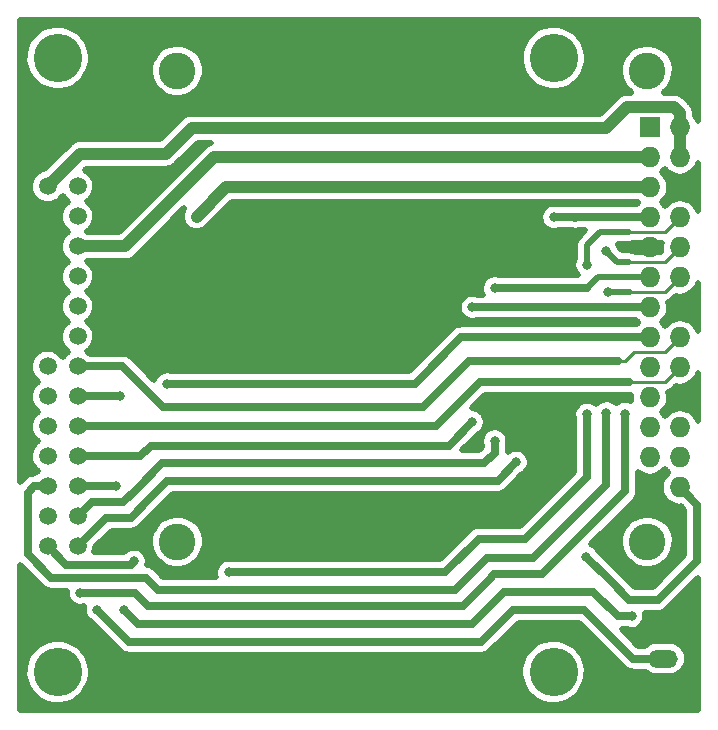
<source format=gtl>
G04 #@! TF.FileFunction,Copper,L1,Top,Signal*
%FSLAX46Y46*%
G04 Gerber Fmt 4.6, Leading zero omitted, Abs format (unit mm)*
G04 Created by KiCad (PCBNEW 4.0.0-rc1-stable) date 21.10.2016 11:20:38*
%MOMM*%
G01*
G04 APERTURE LIST*
%ADD10C,0.100000*%
%ADD11C,3.100000*%
%ADD12R,1.727200X1.727200*%
%ADD13O,1.727200X1.727200*%
%ADD14C,1.506220*%
%ADD15C,4.100000*%
%ADD16O,2.500000X1.500000*%
%ADD17C,0.800000*%
%ADD18C,1.000000*%
%ADD19C,0.700000*%
%ADD20C,0.508000*%
%ADD21C,0.254000*%
%ADD22C,0.500000*%
G04 APERTURE END LIST*
D10*
D11*
X14150000Y-44955000D03*
X53940000Y-44955000D03*
X53940000Y-5075000D03*
D12*
X54160000Y-9875000D03*
D13*
X56700000Y-9875000D03*
X54160000Y-12415000D03*
X56700000Y-12415000D03*
X54160000Y-14955000D03*
X56700000Y-14955000D03*
X54160000Y-17495000D03*
X56700000Y-17495000D03*
X54160000Y-20035000D03*
X56700000Y-20035000D03*
X54160000Y-22575000D03*
X56700000Y-22575000D03*
X54160000Y-25115000D03*
X56700000Y-25115000D03*
X54160000Y-27655000D03*
X56700000Y-27655000D03*
X54160000Y-30195000D03*
X56700000Y-30195000D03*
X54160000Y-32735000D03*
X56700000Y-32735000D03*
X54160000Y-35275000D03*
X56700000Y-35275000D03*
X54160000Y-37815000D03*
X56700000Y-37815000D03*
X54160000Y-40355000D03*
X56700000Y-40355000D03*
D11*
X14150000Y-5075000D03*
D14*
X3150000Y-37730000D03*
X5690000Y-37730000D03*
X3150000Y-40270000D03*
X5690000Y-40270000D03*
X3150000Y-42810000D03*
X5690000Y-42810000D03*
X3150000Y-45350000D03*
X5690000Y-45350000D03*
X3150000Y-27580000D03*
X5690000Y-27580000D03*
X3150000Y-30120000D03*
X5690000Y-30120000D03*
X3150000Y-32660000D03*
X5690000Y-32660000D03*
X3150000Y-35200000D03*
X5690000Y-35200000D03*
D15*
X45990000Y-55980000D03*
X4000000Y-55990000D03*
X46000000Y-3990000D03*
D14*
X5690000Y-25040000D03*
X3150000Y-25040000D03*
X5690000Y-22500000D03*
X3150000Y-22500000D03*
X5690000Y-19960000D03*
X3150000Y-19960000D03*
X5690000Y-17420000D03*
X3150000Y-17420000D03*
X5690000Y-14880000D03*
X3150000Y-14880000D03*
D15*
X4000000Y-3990000D03*
D16*
X55275000Y-57390000D03*
X55275000Y-54850000D03*
D17*
X15775000Y-17425000D03*
X14125000Y-13225000D03*
X35175000Y-19400000D03*
X29525000Y-19400000D03*
X33050000Y-22800000D03*
X17750000Y-23525000D03*
X21050000Y-43250000D03*
X33900000Y-43250000D03*
X27325000Y-43250000D03*
X14775000Y-26375000D03*
X19975000Y-25425000D03*
X46000000Y-17500000D03*
X42825000Y-38225000D03*
X48825000Y-21525000D03*
X18475000Y-47550000D03*
X10475000Y-46625000D03*
X48825000Y-34175000D03*
X50400000Y-20300000D03*
X5925000Y-49300000D03*
X52075000Y-34100000D03*
X41000000Y-23450000D03*
X41000000Y-36400000D03*
X50625000Y-23850000D03*
X50475000Y-34050000D03*
X39125000Y-25125000D03*
X39125000Y-34825000D03*
X13300000Y-31600000D03*
X9265000Y-32660000D03*
X8950000Y-40275000D03*
X52600000Y-51275000D03*
X9600000Y-50700000D03*
X48750000Y-46225000D03*
X7350000Y-50700000D03*
D18*
X52225000Y-8175000D02*
X50450000Y-9950000D01*
X50450000Y-9950000D02*
X16750000Y-9950000D01*
X16750000Y-9950000D02*
X15350000Y-9950000D01*
X15350000Y-9950000D02*
X13175000Y-12125000D01*
X13175000Y-12125000D02*
X5900000Y-12125000D01*
X3150000Y-14880000D02*
X3150000Y-14875000D01*
X3150000Y-14875000D02*
X5900000Y-12125000D01*
X56700000Y-8675000D02*
X56700000Y-9875000D01*
X56200000Y-8175000D02*
X56700000Y-8675000D01*
X52225000Y-8175000D02*
X56200000Y-8175000D01*
X56700000Y-9875000D02*
X56700000Y-12415000D01*
X54160000Y-12415000D02*
X17285000Y-12415000D01*
X17285000Y-12415000D02*
X9740000Y-19960000D01*
X9740000Y-19960000D02*
X5690000Y-19960000D01*
X15775000Y-17425000D02*
X18245000Y-14955000D01*
X18245000Y-14955000D02*
X54160000Y-14955000D01*
D19*
X35175000Y-19400000D02*
X29525000Y-19400000D01*
X17750000Y-23525000D02*
X19650000Y-25425000D01*
X19650000Y-25425000D02*
X19975000Y-25425000D01*
X47830000Y-17495000D02*
X47805000Y-17495000D01*
X46000000Y-17500000D02*
X47800000Y-17500000D01*
X47805000Y-17495000D02*
X47800000Y-17500000D01*
X13300000Y-39800000D02*
X41250000Y-39800000D01*
X41250000Y-39800000D02*
X42825000Y-38225000D01*
X8115000Y-42925000D02*
X5690000Y-45350000D01*
X10175000Y-42925000D02*
X11775000Y-41325000D01*
X8115000Y-42925000D02*
X10175000Y-42925000D01*
X11775000Y-41325000D02*
X13300000Y-39800000D01*
X54160000Y-17495000D02*
X47830000Y-17495000D01*
X47830000Y-17495000D02*
X47800000Y-17525000D01*
D20*
X48825000Y-21525000D02*
X48825000Y-19875000D01*
D21*
X55420000Y-18775000D02*
X52350000Y-18775000D01*
X56700000Y-17495000D02*
X55420000Y-18775000D01*
D19*
X43250000Y-44700000D02*
X43600000Y-44700000D01*
X36800000Y-47550000D02*
X39650000Y-44700000D01*
X39650000Y-44700000D02*
X43250000Y-44700000D01*
X4725000Y-46925000D02*
X3150000Y-45350000D01*
X4725000Y-46925000D02*
X6575000Y-46925000D01*
X6575000Y-46925000D02*
X8725000Y-46925000D01*
X10175000Y-46925000D02*
X10475000Y-46625000D01*
X8725000Y-46925000D02*
X10175000Y-46925000D01*
X18475000Y-47550000D02*
X36800000Y-47550000D01*
X48825000Y-39475000D02*
X48825000Y-34175000D01*
X43600000Y-44700000D02*
X48825000Y-39475000D01*
D20*
X49925000Y-18775000D02*
X52350000Y-18775000D01*
X48825000Y-19875000D02*
X49925000Y-18775000D01*
X52400000Y-21300000D02*
X51400000Y-21300000D01*
D21*
X55435000Y-21300000D02*
X52400000Y-21300000D01*
X56700000Y-20035000D02*
X55435000Y-21300000D01*
D19*
X52075000Y-34100000D02*
X52075000Y-38750000D01*
X40975000Y-47725000D02*
X45050000Y-47725000D01*
X45050000Y-47725000D02*
X52075000Y-40700000D01*
X52075000Y-40700000D02*
X52075000Y-38750000D01*
X16500000Y-50400000D02*
X38300000Y-50400000D01*
X10525000Y-49300000D02*
X11625000Y-50400000D01*
X11625000Y-50400000D02*
X16500000Y-50400000D01*
X8200000Y-49300000D02*
X5925000Y-49300000D01*
X8200000Y-49300000D02*
X10525000Y-49300000D01*
X38300000Y-50400000D02*
X40525000Y-48175000D01*
X40525000Y-48175000D02*
X40975000Y-47725000D01*
D20*
X51400000Y-21300000D02*
X50400000Y-20300000D01*
D19*
X41000000Y-23450000D02*
X48850000Y-23450000D01*
D20*
X49725000Y-22575000D02*
X48850000Y-23450000D01*
X54160000Y-22575000D02*
X49725000Y-22575000D01*
D19*
X12850000Y-38325000D02*
X10612500Y-40562500D01*
X41000000Y-37425000D02*
X41000000Y-36400000D01*
X40100000Y-38325000D02*
X41000000Y-37425000D01*
X12850000Y-38325000D02*
X40100000Y-38325000D01*
X5690000Y-42810000D02*
X6900000Y-41600000D01*
X9575000Y-41600000D02*
X10612500Y-40562500D01*
X10612500Y-40562500D02*
X10625000Y-40550000D01*
X6900000Y-41600000D02*
X9575000Y-41600000D01*
D20*
X52500000Y-23850000D02*
X50625000Y-23850000D01*
D19*
X16375000Y-49025000D02*
X37675000Y-49025000D01*
X11475000Y-48000000D02*
X12500000Y-49025000D01*
X12500000Y-49025000D02*
X16375000Y-49025000D01*
X1475000Y-46025000D02*
X3450000Y-48000000D01*
X1475000Y-40800000D02*
X1475000Y-44550000D01*
X2005000Y-40270000D02*
X1475000Y-40800000D01*
X2005000Y-40270000D02*
X3150000Y-40270000D01*
X3575000Y-48000000D02*
X6725000Y-48000000D01*
X1475000Y-44550000D02*
X1475000Y-46025000D01*
X3450000Y-48000000D02*
X3575000Y-48000000D01*
X6725000Y-48000000D02*
X11475000Y-48000000D01*
X50475000Y-40150000D02*
X50475000Y-34050000D01*
X44275000Y-46350000D02*
X50475000Y-40150000D01*
X40350000Y-46350000D02*
X44275000Y-46350000D01*
X37675000Y-49025000D02*
X40350000Y-46350000D01*
D21*
X56700000Y-22575000D02*
X55425000Y-23850000D01*
X52500000Y-23850000D02*
X52475000Y-23825000D01*
X55425000Y-23850000D02*
X52500000Y-23850000D01*
D19*
X54150000Y-25125000D02*
X39125000Y-25125000D01*
X10970000Y-37730000D02*
X5690000Y-37730000D01*
X37125000Y-36825000D02*
X39125000Y-34825000D01*
X11875000Y-36825000D02*
X37125000Y-36825000D01*
X10970000Y-37730000D02*
X11875000Y-36825000D01*
X54150000Y-25125000D02*
X54160000Y-25115000D01*
X13300000Y-31600000D02*
X34250000Y-31600000D01*
X34250000Y-31600000D02*
X38195000Y-27655000D01*
X5690000Y-32660000D02*
X9265000Y-32660000D01*
X54160000Y-27655000D02*
X38195000Y-27655000D01*
X22475000Y-33525000D02*
X34975000Y-33525000D01*
X9495000Y-30120000D02*
X12900000Y-33525000D01*
X12900000Y-33525000D02*
X22475000Y-33525000D01*
X5690000Y-30120000D02*
X9495000Y-30120000D01*
X34975000Y-33525000D02*
X38850000Y-29650000D01*
X51475000Y-29650000D02*
X38850000Y-29650000D01*
D21*
X55430000Y-28925000D02*
X53225000Y-28925000D01*
X56700000Y-27655000D02*
X55430000Y-28925000D01*
X52800000Y-28925000D02*
X52075000Y-29650000D01*
X52075000Y-29650000D02*
X51475000Y-29650000D01*
X53225000Y-28925000D02*
X52800000Y-28925000D01*
D19*
X5690000Y-35200000D02*
X36000000Y-35200000D01*
X36000000Y-35200000D02*
X39750000Y-31450000D01*
X52400000Y-31450000D02*
X39750000Y-31450000D01*
D21*
X55445000Y-31450000D02*
X52400000Y-31450000D01*
X56700000Y-30195000D02*
X55445000Y-31450000D01*
D19*
X8950000Y-40275000D02*
X8945000Y-40270000D01*
X42950000Y-49175000D02*
X41825000Y-49175000D01*
X51475000Y-51275000D02*
X49375000Y-49175000D01*
X49375000Y-49175000D02*
X42950000Y-49175000D01*
X52600000Y-51275000D02*
X51600000Y-51275000D01*
X51600000Y-51275000D02*
X51475000Y-51275000D01*
X10800000Y-51900000D02*
X9600000Y-50700000D01*
X39100000Y-51900000D02*
X10800000Y-51900000D01*
X41825000Y-49175000D02*
X39100000Y-51900000D01*
X8945000Y-40270000D02*
X5690000Y-40270000D01*
X56700000Y-40355000D02*
X58175000Y-41830000D01*
X58175000Y-46550000D02*
X54850000Y-49875000D01*
X58175000Y-41830000D02*
X58175000Y-46550000D01*
X52400000Y-49875000D02*
X50750000Y-48225000D01*
X54850000Y-49875000D02*
X52400000Y-49875000D01*
X48750000Y-46225000D02*
X50750000Y-48225000D01*
X7350000Y-50700000D02*
X10075000Y-53425000D01*
X39875000Y-53425000D02*
X42600000Y-50700000D01*
X10075000Y-53425000D02*
X39875000Y-53425000D01*
X55275000Y-54850000D02*
X52725000Y-54850000D01*
X48575000Y-50700000D02*
X42600000Y-50700000D01*
X52725000Y-54850000D02*
X48575000Y-50700000D01*
D22*
G36*
X2672183Y-48777818D02*
X2750681Y-48842297D01*
X2828536Y-48907625D01*
X2833606Y-48910412D01*
X2838075Y-48914083D01*
X2927603Y-48962088D01*
X3016664Y-49011049D01*
X3022179Y-49012798D01*
X3027275Y-49015531D01*
X3124420Y-49045231D01*
X3221297Y-49075962D01*
X3227047Y-49076607D01*
X3232578Y-49078298D01*
X3333680Y-49088568D01*
X3434642Y-49099893D01*
X3445942Y-49099972D01*
X3446161Y-49099994D01*
X3446365Y-49099975D01*
X3450000Y-49100000D01*
X4791770Y-49100000D01*
X4776638Y-49171191D01*
X4773489Y-49396695D01*
X4814201Y-49618517D01*
X4897222Y-49828206D01*
X5019392Y-50017776D01*
X5176056Y-50180006D01*
X5361247Y-50308717D01*
X5567911Y-50399007D01*
X5788177Y-50447435D01*
X6013654Y-50452158D01*
X6235244Y-50413086D01*
X6201638Y-50571191D01*
X6198489Y-50796695D01*
X6239201Y-51018517D01*
X6322222Y-51228206D01*
X6444392Y-51417776D01*
X6601056Y-51580006D01*
X6786247Y-51708717D01*
X6816145Y-51721779D01*
X9297183Y-54202817D01*
X9375651Y-54267272D01*
X9453536Y-54332625D01*
X9458607Y-54335413D01*
X9463075Y-54339083D01*
X9552603Y-54387088D01*
X9641664Y-54436049D01*
X9647179Y-54437798D01*
X9652275Y-54440531D01*
X9749433Y-54470235D01*
X9846297Y-54500962D01*
X9852045Y-54501607D01*
X9857577Y-54503298D01*
X9958690Y-54513569D01*
X10059642Y-54524893D01*
X10070941Y-54524972D01*
X10071160Y-54524994D01*
X10071364Y-54524975D01*
X10075000Y-54525000D01*
X39875000Y-54525000D01*
X39976122Y-54515085D01*
X40077346Y-54506229D01*
X40082899Y-54504616D01*
X40088658Y-54504051D01*
X40185973Y-54474670D01*
X40283505Y-54446334D01*
X40288638Y-54443673D01*
X40294177Y-54442001D01*
X40383922Y-54394283D01*
X40474103Y-54347537D01*
X40478622Y-54343929D01*
X40483731Y-54341213D01*
X40562478Y-54276989D01*
X40641882Y-54213602D01*
X40649926Y-54205668D01*
X40650098Y-54205528D01*
X40650230Y-54205369D01*
X40652817Y-54202817D01*
X43055634Y-51800000D01*
X48119366Y-51800000D01*
X51947182Y-55627817D01*
X52025675Y-55692292D01*
X52103536Y-55757625D01*
X52108606Y-55760413D01*
X52113075Y-55764083D01*
X52202622Y-55812098D01*
X52291664Y-55861049D01*
X52297176Y-55862798D01*
X52302274Y-55865531D01*
X52399447Y-55895240D01*
X52496297Y-55925962D01*
X52502045Y-55926607D01*
X52507577Y-55928298D01*
X52608645Y-55938564D01*
X52709642Y-55949893D01*
X52720951Y-55949972D01*
X52721160Y-55949993D01*
X52721355Y-55949975D01*
X52725000Y-55950000D01*
X53753803Y-55950000D01*
X53917872Y-56087670D01*
X54174410Y-56228703D01*
X54453455Y-56317221D01*
X54744380Y-56349854D01*
X54765323Y-56350000D01*
X55784677Y-56350000D01*
X56076029Y-56321433D01*
X56356283Y-56236819D01*
X56614764Y-56099382D01*
X56841628Y-55914356D01*
X57028233Y-55688789D01*
X57167472Y-55431273D01*
X57254040Y-55151617D01*
X57284640Y-54860472D01*
X57258108Y-54568928D01*
X57175453Y-54288090D01*
X57039823Y-54028655D01*
X56856386Y-53800505D01*
X56632128Y-53612330D01*
X56375590Y-53471297D01*
X56096545Y-53382779D01*
X55805620Y-53350146D01*
X55784677Y-53350000D01*
X54765323Y-53350000D01*
X54473971Y-53378567D01*
X54193717Y-53463181D01*
X53935236Y-53600618D01*
X53752076Y-53750000D01*
X53180635Y-53750000D01*
X51805635Y-52375000D01*
X52247427Y-52375000D01*
X52463177Y-52422435D01*
X52688654Y-52427158D01*
X52910754Y-52387996D01*
X53121018Y-52306440D01*
X53311436Y-52185597D01*
X53474756Y-52030069D01*
X53604757Y-51845781D01*
X53696487Y-51639753D01*
X53746452Y-51419831D01*
X53750049Y-51162237D01*
X53712975Y-50975000D01*
X54850000Y-50975000D01*
X54951122Y-50965085D01*
X55052346Y-50956229D01*
X55057899Y-50954616D01*
X55063658Y-50954051D01*
X55160973Y-50924670D01*
X55258505Y-50896334D01*
X55263638Y-50893673D01*
X55269177Y-50892001D01*
X55358922Y-50844283D01*
X55449103Y-50797537D01*
X55453622Y-50793929D01*
X55458731Y-50791213D01*
X55537478Y-50726989D01*
X55616882Y-50663602D01*
X55624926Y-50655668D01*
X55625098Y-50655528D01*
X55625230Y-50655369D01*
X55627817Y-50652817D01*
X58225000Y-48055635D01*
X58225000Y-59175000D01*
X825000Y-59175000D01*
X825000Y-56225432D01*
X1196320Y-56225432D01*
X1295444Y-56765519D01*
X1497584Y-57276067D01*
X1795041Y-57737629D01*
X2176484Y-58132625D01*
X2627383Y-58446008D01*
X3130566Y-58665843D01*
X3666865Y-58783756D01*
X4215853Y-58795256D01*
X4756619Y-58699904D01*
X5268566Y-58501333D01*
X5732193Y-58207106D01*
X6129842Y-57828430D01*
X6446366Y-57379729D01*
X6669708Y-56878094D01*
X6791362Y-56342631D01*
X6793138Y-56215432D01*
X43186320Y-56215432D01*
X43285444Y-56755519D01*
X43487584Y-57266067D01*
X43785041Y-57727629D01*
X44166484Y-58122625D01*
X44617383Y-58436008D01*
X45120566Y-58655843D01*
X45656865Y-58773756D01*
X46205853Y-58785256D01*
X46746619Y-58689904D01*
X47258566Y-58491333D01*
X47722193Y-58197106D01*
X48119842Y-57818430D01*
X48436366Y-57369729D01*
X48659708Y-56868094D01*
X48781362Y-56332631D01*
X48790120Y-55705446D01*
X48683464Y-55166795D01*
X48474215Y-54659119D01*
X48170344Y-54201755D01*
X47783423Y-53812124D01*
X47328192Y-53505067D01*
X46821989Y-53292278D01*
X46284096Y-53181865D01*
X45735001Y-53178031D01*
X45195619Y-53280924D01*
X44686494Y-53486624D01*
X44227020Y-53787295D01*
X43834697Y-54171486D01*
X43524469Y-54624563D01*
X43308152Y-55129268D01*
X43193986Y-55666377D01*
X43186320Y-56215432D01*
X6793138Y-56215432D01*
X6800120Y-55715446D01*
X6693464Y-55176795D01*
X6484215Y-54669119D01*
X6180344Y-54211755D01*
X5793423Y-53822124D01*
X5338192Y-53515067D01*
X4831989Y-53302278D01*
X4294096Y-53191865D01*
X3745001Y-53188031D01*
X3205619Y-53290924D01*
X2696494Y-53496624D01*
X2237020Y-53797295D01*
X1844697Y-54181486D01*
X1534469Y-54634563D01*
X1318152Y-55139268D01*
X1203986Y-55676377D01*
X1196320Y-56225432D01*
X825000Y-56225432D01*
X825000Y-46930634D01*
X2672183Y-48777818D01*
X2672183Y-48777818D01*
G37*
X2672183Y-48777818D02*
X2750681Y-48842297D01*
X2828536Y-48907625D01*
X2833606Y-48910412D01*
X2838075Y-48914083D01*
X2927603Y-48962088D01*
X3016664Y-49011049D01*
X3022179Y-49012798D01*
X3027275Y-49015531D01*
X3124420Y-49045231D01*
X3221297Y-49075962D01*
X3227047Y-49076607D01*
X3232578Y-49078298D01*
X3333680Y-49088568D01*
X3434642Y-49099893D01*
X3445942Y-49099972D01*
X3446161Y-49099994D01*
X3446365Y-49099975D01*
X3450000Y-49100000D01*
X4791770Y-49100000D01*
X4776638Y-49171191D01*
X4773489Y-49396695D01*
X4814201Y-49618517D01*
X4897222Y-49828206D01*
X5019392Y-50017776D01*
X5176056Y-50180006D01*
X5361247Y-50308717D01*
X5567911Y-50399007D01*
X5788177Y-50447435D01*
X6013654Y-50452158D01*
X6235244Y-50413086D01*
X6201638Y-50571191D01*
X6198489Y-50796695D01*
X6239201Y-51018517D01*
X6322222Y-51228206D01*
X6444392Y-51417776D01*
X6601056Y-51580006D01*
X6786247Y-51708717D01*
X6816145Y-51721779D01*
X9297183Y-54202817D01*
X9375651Y-54267272D01*
X9453536Y-54332625D01*
X9458607Y-54335413D01*
X9463075Y-54339083D01*
X9552603Y-54387088D01*
X9641664Y-54436049D01*
X9647179Y-54437798D01*
X9652275Y-54440531D01*
X9749433Y-54470235D01*
X9846297Y-54500962D01*
X9852045Y-54501607D01*
X9857577Y-54503298D01*
X9958690Y-54513569D01*
X10059642Y-54524893D01*
X10070941Y-54524972D01*
X10071160Y-54524994D01*
X10071364Y-54524975D01*
X10075000Y-54525000D01*
X39875000Y-54525000D01*
X39976122Y-54515085D01*
X40077346Y-54506229D01*
X40082899Y-54504616D01*
X40088658Y-54504051D01*
X40185973Y-54474670D01*
X40283505Y-54446334D01*
X40288638Y-54443673D01*
X40294177Y-54442001D01*
X40383922Y-54394283D01*
X40474103Y-54347537D01*
X40478622Y-54343929D01*
X40483731Y-54341213D01*
X40562478Y-54276989D01*
X40641882Y-54213602D01*
X40649926Y-54205668D01*
X40650098Y-54205528D01*
X40650230Y-54205369D01*
X40652817Y-54202817D01*
X43055634Y-51800000D01*
X48119366Y-51800000D01*
X51947182Y-55627817D01*
X52025675Y-55692292D01*
X52103536Y-55757625D01*
X52108606Y-55760413D01*
X52113075Y-55764083D01*
X52202622Y-55812098D01*
X52291664Y-55861049D01*
X52297176Y-55862798D01*
X52302274Y-55865531D01*
X52399447Y-55895240D01*
X52496297Y-55925962D01*
X52502045Y-55926607D01*
X52507577Y-55928298D01*
X52608645Y-55938564D01*
X52709642Y-55949893D01*
X52720951Y-55949972D01*
X52721160Y-55949993D01*
X52721355Y-55949975D01*
X52725000Y-55950000D01*
X53753803Y-55950000D01*
X53917872Y-56087670D01*
X54174410Y-56228703D01*
X54453455Y-56317221D01*
X54744380Y-56349854D01*
X54765323Y-56350000D01*
X55784677Y-56350000D01*
X56076029Y-56321433D01*
X56356283Y-56236819D01*
X56614764Y-56099382D01*
X56841628Y-55914356D01*
X57028233Y-55688789D01*
X57167472Y-55431273D01*
X57254040Y-55151617D01*
X57284640Y-54860472D01*
X57258108Y-54568928D01*
X57175453Y-54288090D01*
X57039823Y-54028655D01*
X56856386Y-53800505D01*
X56632128Y-53612330D01*
X56375590Y-53471297D01*
X56096545Y-53382779D01*
X55805620Y-53350146D01*
X55784677Y-53350000D01*
X54765323Y-53350000D01*
X54473971Y-53378567D01*
X54193717Y-53463181D01*
X53935236Y-53600618D01*
X53752076Y-53750000D01*
X53180635Y-53750000D01*
X51805635Y-52375000D01*
X52247427Y-52375000D01*
X52463177Y-52422435D01*
X52688654Y-52427158D01*
X52910754Y-52387996D01*
X53121018Y-52306440D01*
X53311436Y-52185597D01*
X53474756Y-52030069D01*
X53604757Y-51845781D01*
X53696487Y-51639753D01*
X53746452Y-51419831D01*
X53750049Y-51162237D01*
X53712975Y-50975000D01*
X54850000Y-50975000D01*
X54951122Y-50965085D01*
X55052346Y-50956229D01*
X55057899Y-50954616D01*
X55063658Y-50954051D01*
X55160973Y-50924670D01*
X55258505Y-50896334D01*
X55263638Y-50893673D01*
X55269177Y-50892001D01*
X55358922Y-50844283D01*
X55449103Y-50797537D01*
X55453622Y-50793929D01*
X55458731Y-50791213D01*
X55537478Y-50726989D01*
X55616882Y-50663602D01*
X55624926Y-50655668D01*
X55625098Y-50655528D01*
X55625230Y-50655369D01*
X55627817Y-50652817D01*
X58225000Y-48055635D01*
X58225000Y-59175000D01*
X825000Y-59175000D01*
X825000Y-56225432D01*
X1196320Y-56225432D01*
X1295444Y-56765519D01*
X1497584Y-57276067D01*
X1795041Y-57737629D01*
X2176484Y-58132625D01*
X2627383Y-58446008D01*
X3130566Y-58665843D01*
X3666865Y-58783756D01*
X4215853Y-58795256D01*
X4756619Y-58699904D01*
X5268566Y-58501333D01*
X5732193Y-58207106D01*
X6129842Y-57828430D01*
X6446366Y-57379729D01*
X6669708Y-56878094D01*
X6791362Y-56342631D01*
X6793138Y-56215432D01*
X43186320Y-56215432D01*
X43285444Y-56755519D01*
X43487584Y-57266067D01*
X43785041Y-57727629D01*
X44166484Y-58122625D01*
X44617383Y-58436008D01*
X45120566Y-58655843D01*
X45656865Y-58773756D01*
X46205853Y-58785256D01*
X46746619Y-58689904D01*
X47258566Y-58491333D01*
X47722193Y-58197106D01*
X48119842Y-57818430D01*
X48436366Y-57369729D01*
X48659708Y-56868094D01*
X48781362Y-56332631D01*
X48790120Y-55705446D01*
X48683464Y-55166795D01*
X48474215Y-54659119D01*
X48170344Y-54201755D01*
X47783423Y-53812124D01*
X47328192Y-53505067D01*
X46821989Y-53292278D01*
X46284096Y-53181865D01*
X45735001Y-53178031D01*
X45195619Y-53280924D01*
X44686494Y-53486624D01*
X44227020Y-53787295D01*
X43834697Y-54171486D01*
X43524469Y-54624563D01*
X43308152Y-55129268D01*
X43193986Y-55666377D01*
X43186320Y-56215432D01*
X6793138Y-56215432D01*
X6800120Y-55715446D01*
X6693464Y-55176795D01*
X6484215Y-54669119D01*
X6180344Y-54211755D01*
X5793423Y-53822124D01*
X5338192Y-53515067D01*
X4831989Y-53302278D01*
X4294096Y-53191865D01*
X3745001Y-53188031D01*
X3205619Y-53290924D01*
X2696494Y-53496624D01*
X2237020Y-53797295D01*
X1844697Y-54181486D01*
X1534469Y-54634563D01*
X1318152Y-55139268D01*
X1203986Y-55676377D01*
X1196320Y-56225432D01*
X825000Y-56225432D01*
X825000Y-46930634D01*
X2672183Y-48777818D01*
G36*
X55555037Y-38959806D02*
X55706675Y-39085252D01*
X55571023Y-39194319D01*
X55368597Y-39435561D01*
X55216883Y-39711527D01*
X55121661Y-40011706D01*
X55086557Y-40324663D01*
X55086400Y-40347192D01*
X55086400Y-40362808D01*
X55117131Y-40676225D01*
X55208153Y-40977703D01*
X55355998Y-41255761D01*
X55555037Y-41499806D01*
X55797686Y-41700543D01*
X56074705Y-41850326D01*
X56375541Y-41943451D01*
X56688735Y-41976369D01*
X56759312Y-41969946D01*
X57075000Y-42285634D01*
X57075000Y-46094365D01*
X54394366Y-48775000D01*
X52855635Y-48775000D01*
X51527888Y-47447254D01*
X51527817Y-47447182D01*
X49775331Y-45694697D01*
X49770302Y-45682496D01*
X49645498Y-45494650D01*
X49486584Y-45334623D01*
X49299614Y-45208510D01*
X49174653Y-45155981D01*
X49182244Y-45148390D01*
X51636976Y-45148390D01*
X51718400Y-45592033D01*
X51884444Y-46011412D01*
X52128783Y-46390553D01*
X52442111Y-46715013D01*
X52812493Y-46972436D01*
X53225822Y-47153014D01*
X53666353Y-47249871D01*
X54117308Y-47259318D01*
X54561508Y-47180993D01*
X54982036Y-47017881D01*
X55362873Y-46776195D01*
X55689513Y-46465139D01*
X55949515Y-46096563D01*
X56132975Y-45684506D01*
X56232905Y-45244661D01*
X56240099Y-44729473D01*
X56152489Y-44287010D01*
X55980606Y-43869991D01*
X55730997Y-43494299D01*
X55413169Y-43174244D01*
X55039229Y-42922019D01*
X54623419Y-42747228D01*
X54181579Y-42656532D01*
X53730536Y-42653383D01*
X53287472Y-42737902D01*
X52869263Y-42906869D01*
X52491838Y-43153849D01*
X52169572Y-43469435D01*
X51914742Y-43841605D01*
X51737053Y-44256184D01*
X51643274Y-44697381D01*
X51636976Y-45148390D01*
X49182244Y-45148390D01*
X52852817Y-41477818D01*
X52917292Y-41399325D01*
X52982625Y-41321464D01*
X52985413Y-41316394D01*
X52989083Y-41311925D01*
X53037098Y-41222378D01*
X53086049Y-41133336D01*
X53087798Y-41127824D01*
X53090531Y-41122726D01*
X53120240Y-41025553D01*
X53150962Y-40928703D01*
X53151607Y-40922955D01*
X53153298Y-40917423D01*
X53163564Y-40816355D01*
X53174893Y-40715358D01*
X53174972Y-40704049D01*
X53174993Y-40703840D01*
X53174975Y-40703645D01*
X53175000Y-40700000D01*
X53175000Y-39092139D01*
X53257686Y-39160543D01*
X53534705Y-39310326D01*
X53835541Y-39403451D01*
X54148735Y-39436369D01*
X54462358Y-39407827D01*
X54764465Y-39318912D01*
X55043548Y-39173011D01*
X55288977Y-38975681D01*
X55430463Y-38807064D01*
X55555037Y-38959806D01*
X55555037Y-38959806D01*
G37*
X55555037Y-38959806D02*
X55706675Y-39085252D01*
X55571023Y-39194319D01*
X55368597Y-39435561D01*
X55216883Y-39711527D01*
X55121661Y-40011706D01*
X55086557Y-40324663D01*
X55086400Y-40347192D01*
X55086400Y-40362808D01*
X55117131Y-40676225D01*
X55208153Y-40977703D01*
X55355998Y-41255761D01*
X55555037Y-41499806D01*
X55797686Y-41700543D01*
X56074705Y-41850326D01*
X56375541Y-41943451D01*
X56688735Y-41976369D01*
X56759312Y-41969946D01*
X57075000Y-42285634D01*
X57075000Y-46094365D01*
X54394366Y-48775000D01*
X52855635Y-48775000D01*
X51527888Y-47447254D01*
X51527817Y-47447182D01*
X49775331Y-45694697D01*
X49770302Y-45682496D01*
X49645498Y-45494650D01*
X49486584Y-45334623D01*
X49299614Y-45208510D01*
X49174653Y-45155981D01*
X49182244Y-45148390D01*
X51636976Y-45148390D01*
X51718400Y-45592033D01*
X51884444Y-46011412D01*
X52128783Y-46390553D01*
X52442111Y-46715013D01*
X52812493Y-46972436D01*
X53225822Y-47153014D01*
X53666353Y-47249871D01*
X54117308Y-47259318D01*
X54561508Y-47180993D01*
X54982036Y-47017881D01*
X55362873Y-46776195D01*
X55689513Y-46465139D01*
X55949515Y-46096563D01*
X56132975Y-45684506D01*
X56232905Y-45244661D01*
X56240099Y-44729473D01*
X56152489Y-44287010D01*
X55980606Y-43869991D01*
X55730997Y-43494299D01*
X55413169Y-43174244D01*
X55039229Y-42922019D01*
X54623419Y-42747228D01*
X54181579Y-42656532D01*
X53730536Y-42653383D01*
X53287472Y-42737902D01*
X52869263Y-42906869D01*
X52491838Y-43153849D01*
X52169572Y-43469435D01*
X51914742Y-43841605D01*
X51737053Y-44256184D01*
X51643274Y-44697381D01*
X51636976Y-45148390D01*
X49182244Y-45148390D01*
X52852817Y-41477818D01*
X52917292Y-41399325D01*
X52982625Y-41321464D01*
X52985413Y-41316394D01*
X52989083Y-41311925D01*
X53037098Y-41222378D01*
X53086049Y-41133336D01*
X53087798Y-41127824D01*
X53090531Y-41122726D01*
X53120240Y-41025553D01*
X53150962Y-40928703D01*
X53151607Y-40922955D01*
X53153298Y-40917423D01*
X53163564Y-40816355D01*
X53174893Y-40715358D01*
X53174972Y-40704049D01*
X53174993Y-40703840D01*
X53174975Y-40703645D01*
X53175000Y-40700000D01*
X53175000Y-39092139D01*
X53257686Y-39160543D01*
X53534705Y-39310326D01*
X53835541Y-39403451D01*
X54148735Y-39436369D01*
X54462358Y-39407827D01*
X54764465Y-39318912D01*
X55043548Y-39173011D01*
X55288977Y-38975681D01*
X55430463Y-38807064D01*
X55555037Y-38959806D01*
G36*
X52546557Y-32704663D02*
X52546400Y-32727192D01*
X52546400Y-32742808D01*
X52577131Y-33056225D01*
X52579664Y-33064615D01*
X52416710Y-32996115D01*
X52195789Y-32950766D01*
X51970268Y-32949192D01*
X51748736Y-32991451D01*
X51539632Y-33075935D01*
X51350919Y-33199425D01*
X51300317Y-33248978D01*
X51211584Y-33159623D01*
X51024614Y-33033510D01*
X50816710Y-32946115D01*
X50595789Y-32900766D01*
X50370268Y-32899192D01*
X50148736Y-32941451D01*
X49939632Y-33025935D01*
X49750919Y-33149425D01*
X49589787Y-33307218D01*
X49587434Y-33310654D01*
X49561584Y-33284623D01*
X49374614Y-33158510D01*
X49166710Y-33071115D01*
X48945789Y-33025766D01*
X48720268Y-33024192D01*
X48498736Y-33066451D01*
X48289632Y-33150935D01*
X48100919Y-33274425D01*
X47939787Y-33432218D01*
X47812372Y-33618303D01*
X47723527Y-33825592D01*
X47676638Y-34046191D01*
X47673489Y-34271695D01*
X47714201Y-34493517D01*
X47725000Y-34520792D01*
X47725000Y-39019365D01*
X43144366Y-43600000D01*
X39650000Y-43600000D01*
X39548878Y-43609915D01*
X39447654Y-43618771D01*
X39442101Y-43620384D01*
X39436342Y-43620949D01*
X39339073Y-43650316D01*
X39241495Y-43678665D01*
X39236358Y-43681328D01*
X39230823Y-43682999D01*
X39141132Y-43730689D01*
X39050898Y-43777462D01*
X39046377Y-43781071D01*
X39041269Y-43783787D01*
X38962528Y-43848007D01*
X38883118Y-43911398D01*
X38875069Y-43919336D01*
X38874902Y-43919472D01*
X38874774Y-43919627D01*
X38872183Y-43922182D01*
X36344366Y-46450000D01*
X18825952Y-46450000D01*
X18816710Y-46446115D01*
X18595789Y-46400766D01*
X18370268Y-46399192D01*
X18148736Y-46441451D01*
X17939632Y-46525935D01*
X17750919Y-46649425D01*
X17589787Y-46807218D01*
X17462372Y-46993303D01*
X17373527Y-47200592D01*
X17326638Y-47421191D01*
X17323489Y-47646695D01*
X17364201Y-47868517D01*
X17386564Y-47925000D01*
X12955635Y-47925000D01*
X12252817Y-47222183D01*
X12174349Y-47157728D01*
X12096464Y-47092375D01*
X12091393Y-47089587D01*
X12086925Y-47085917D01*
X11997397Y-47037912D01*
X11908336Y-46988951D01*
X11902821Y-46987202D01*
X11897725Y-46984469D01*
X11800567Y-46954765D01*
X11703703Y-46924038D01*
X11697955Y-46923393D01*
X11692423Y-46921702D01*
X11591310Y-46911431D01*
X11589332Y-46911209D01*
X11621452Y-46769831D01*
X11625049Y-46512237D01*
X11581244Y-46291005D01*
X11495302Y-46082496D01*
X11370498Y-45894650D01*
X11211584Y-45734623D01*
X11024614Y-45608510D01*
X10816710Y-45521115D01*
X10595789Y-45475766D01*
X10370268Y-45474192D01*
X10148736Y-45516451D01*
X9939632Y-45600935D01*
X9750919Y-45724425D01*
X9648216Y-45825000D01*
X7123564Y-45825000D01*
X7188473Y-45539301D01*
X7190345Y-45405290D01*
X7447245Y-45148390D01*
X11846976Y-45148390D01*
X11928400Y-45592033D01*
X12094444Y-46011412D01*
X12338783Y-46390553D01*
X12652111Y-46715013D01*
X13022493Y-46972436D01*
X13435822Y-47153014D01*
X13876353Y-47249871D01*
X14327308Y-47259318D01*
X14771508Y-47180993D01*
X15192036Y-47017881D01*
X15572873Y-46776195D01*
X15899513Y-46465139D01*
X16159515Y-46096563D01*
X16342975Y-45684506D01*
X16442905Y-45244661D01*
X16450099Y-44729473D01*
X16362489Y-44287010D01*
X16190606Y-43869991D01*
X15940997Y-43494299D01*
X15623169Y-43174244D01*
X15249229Y-42922019D01*
X14833419Y-42747228D01*
X14391579Y-42656532D01*
X13940536Y-42653383D01*
X13497472Y-42737902D01*
X13079263Y-42906869D01*
X12701838Y-43153849D01*
X12379572Y-43469435D01*
X12124742Y-43841605D01*
X11947053Y-44256184D01*
X11853274Y-44697381D01*
X11846976Y-45148390D01*
X7447245Y-45148390D01*
X8570635Y-44025000D01*
X10175000Y-44025000D01*
X10276122Y-44015085D01*
X10377346Y-44006229D01*
X10382899Y-44004616D01*
X10388658Y-44004051D01*
X10485973Y-43974670D01*
X10583505Y-43946334D01*
X10588638Y-43943673D01*
X10594177Y-43942001D01*
X10683922Y-43894283D01*
X10774103Y-43847537D01*
X10778622Y-43843929D01*
X10783731Y-43841213D01*
X10862478Y-43776989D01*
X10941882Y-43713602D01*
X10949926Y-43705668D01*
X10950098Y-43705528D01*
X10950230Y-43705369D01*
X10952817Y-43702817D01*
X12552818Y-42102817D01*
X12552823Y-42102811D01*
X13755635Y-40900000D01*
X41250000Y-40900000D01*
X41351122Y-40890085D01*
X41452346Y-40881229D01*
X41457899Y-40879616D01*
X41463658Y-40879051D01*
X41560973Y-40849670D01*
X41658505Y-40821334D01*
X41663638Y-40818673D01*
X41669177Y-40817001D01*
X41758922Y-40769283D01*
X41849103Y-40722537D01*
X41853622Y-40718929D01*
X41858731Y-40716213D01*
X41937478Y-40651989D01*
X42016882Y-40588602D01*
X42024926Y-40580668D01*
X42025098Y-40580528D01*
X42025230Y-40580369D01*
X42027817Y-40577817D01*
X43354713Y-39250922D01*
X43536436Y-39135597D01*
X43699756Y-38980069D01*
X43829757Y-38795781D01*
X43921487Y-38589753D01*
X43971452Y-38369831D01*
X43975049Y-38112237D01*
X43931244Y-37891005D01*
X43845302Y-37682496D01*
X43720498Y-37494650D01*
X43561584Y-37334623D01*
X43374614Y-37208510D01*
X43166710Y-37121115D01*
X42945789Y-37075766D01*
X42720268Y-37074192D01*
X42498736Y-37116451D01*
X42289632Y-37200935D01*
X42100919Y-37324425D01*
X42100000Y-37325325D01*
X42100000Y-36749290D01*
X42146452Y-36544831D01*
X42150049Y-36287237D01*
X42106244Y-36066005D01*
X42020302Y-35857496D01*
X41895498Y-35669650D01*
X41736584Y-35509623D01*
X41549614Y-35383510D01*
X41341710Y-35296115D01*
X41120789Y-35250766D01*
X40895268Y-35249192D01*
X40673736Y-35291451D01*
X40464632Y-35375935D01*
X40275919Y-35499425D01*
X40114787Y-35657218D01*
X39987372Y-35843303D01*
X39898527Y-36050592D01*
X39851638Y-36271191D01*
X39848489Y-36496695D01*
X39889201Y-36718517D01*
X39900000Y-36745792D01*
X39900000Y-36969365D01*
X39644366Y-37225000D01*
X38280634Y-37225000D01*
X39654713Y-35850922D01*
X39836436Y-35735597D01*
X39999756Y-35580069D01*
X40129757Y-35395781D01*
X40221487Y-35189753D01*
X40271452Y-34969831D01*
X40275049Y-34712237D01*
X40231244Y-34491005D01*
X40145302Y-34282496D01*
X40020498Y-34094650D01*
X39861584Y-33934623D01*
X39674614Y-33808510D01*
X39466710Y-33721115D01*
X39245789Y-33675766D01*
X39081019Y-33674616D01*
X40205635Y-32550000D01*
X52400000Y-32550000D01*
X52565728Y-32533750D01*
X52546557Y-32704663D01*
X52546557Y-32704663D01*
G37*
X52546557Y-32704663D02*
X52546400Y-32727192D01*
X52546400Y-32742808D01*
X52577131Y-33056225D01*
X52579664Y-33064615D01*
X52416710Y-32996115D01*
X52195789Y-32950766D01*
X51970268Y-32949192D01*
X51748736Y-32991451D01*
X51539632Y-33075935D01*
X51350919Y-33199425D01*
X51300317Y-33248978D01*
X51211584Y-33159623D01*
X51024614Y-33033510D01*
X50816710Y-32946115D01*
X50595789Y-32900766D01*
X50370268Y-32899192D01*
X50148736Y-32941451D01*
X49939632Y-33025935D01*
X49750919Y-33149425D01*
X49589787Y-33307218D01*
X49587434Y-33310654D01*
X49561584Y-33284623D01*
X49374614Y-33158510D01*
X49166710Y-33071115D01*
X48945789Y-33025766D01*
X48720268Y-33024192D01*
X48498736Y-33066451D01*
X48289632Y-33150935D01*
X48100919Y-33274425D01*
X47939787Y-33432218D01*
X47812372Y-33618303D01*
X47723527Y-33825592D01*
X47676638Y-34046191D01*
X47673489Y-34271695D01*
X47714201Y-34493517D01*
X47725000Y-34520792D01*
X47725000Y-39019365D01*
X43144366Y-43600000D01*
X39650000Y-43600000D01*
X39548878Y-43609915D01*
X39447654Y-43618771D01*
X39442101Y-43620384D01*
X39436342Y-43620949D01*
X39339073Y-43650316D01*
X39241495Y-43678665D01*
X39236358Y-43681328D01*
X39230823Y-43682999D01*
X39141132Y-43730689D01*
X39050898Y-43777462D01*
X39046377Y-43781071D01*
X39041269Y-43783787D01*
X38962528Y-43848007D01*
X38883118Y-43911398D01*
X38875069Y-43919336D01*
X38874902Y-43919472D01*
X38874774Y-43919627D01*
X38872183Y-43922182D01*
X36344366Y-46450000D01*
X18825952Y-46450000D01*
X18816710Y-46446115D01*
X18595789Y-46400766D01*
X18370268Y-46399192D01*
X18148736Y-46441451D01*
X17939632Y-46525935D01*
X17750919Y-46649425D01*
X17589787Y-46807218D01*
X17462372Y-46993303D01*
X17373527Y-47200592D01*
X17326638Y-47421191D01*
X17323489Y-47646695D01*
X17364201Y-47868517D01*
X17386564Y-47925000D01*
X12955635Y-47925000D01*
X12252817Y-47222183D01*
X12174349Y-47157728D01*
X12096464Y-47092375D01*
X12091393Y-47089587D01*
X12086925Y-47085917D01*
X11997397Y-47037912D01*
X11908336Y-46988951D01*
X11902821Y-46987202D01*
X11897725Y-46984469D01*
X11800567Y-46954765D01*
X11703703Y-46924038D01*
X11697955Y-46923393D01*
X11692423Y-46921702D01*
X11591310Y-46911431D01*
X11589332Y-46911209D01*
X11621452Y-46769831D01*
X11625049Y-46512237D01*
X11581244Y-46291005D01*
X11495302Y-46082496D01*
X11370498Y-45894650D01*
X11211584Y-45734623D01*
X11024614Y-45608510D01*
X10816710Y-45521115D01*
X10595789Y-45475766D01*
X10370268Y-45474192D01*
X10148736Y-45516451D01*
X9939632Y-45600935D01*
X9750919Y-45724425D01*
X9648216Y-45825000D01*
X7123564Y-45825000D01*
X7188473Y-45539301D01*
X7190345Y-45405290D01*
X7447245Y-45148390D01*
X11846976Y-45148390D01*
X11928400Y-45592033D01*
X12094444Y-46011412D01*
X12338783Y-46390553D01*
X12652111Y-46715013D01*
X13022493Y-46972436D01*
X13435822Y-47153014D01*
X13876353Y-47249871D01*
X14327308Y-47259318D01*
X14771508Y-47180993D01*
X15192036Y-47017881D01*
X15572873Y-46776195D01*
X15899513Y-46465139D01*
X16159515Y-46096563D01*
X16342975Y-45684506D01*
X16442905Y-45244661D01*
X16450099Y-44729473D01*
X16362489Y-44287010D01*
X16190606Y-43869991D01*
X15940997Y-43494299D01*
X15623169Y-43174244D01*
X15249229Y-42922019D01*
X14833419Y-42747228D01*
X14391579Y-42656532D01*
X13940536Y-42653383D01*
X13497472Y-42737902D01*
X13079263Y-42906869D01*
X12701838Y-43153849D01*
X12379572Y-43469435D01*
X12124742Y-43841605D01*
X11947053Y-44256184D01*
X11853274Y-44697381D01*
X11846976Y-45148390D01*
X7447245Y-45148390D01*
X8570635Y-44025000D01*
X10175000Y-44025000D01*
X10276122Y-44015085D01*
X10377346Y-44006229D01*
X10382899Y-44004616D01*
X10388658Y-44004051D01*
X10485973Y-43974670D01*
X10583505Y-43946334D01*
X10588638Y-43943673D01*
X10594177Y-43942001D01*
X10683922Y-43894283D01*
X10774103Y-43847537D01*
X10778622Y-43843929D01*
X10783731Y-43841213D01*
X10862478Y-43776989D01*
X10941882Y-43713602D01*
X10949926Y-43705668D01*
X10950098Y-43705528D01*
X10950230Y-43705369D01*
X10952817Y-43702817D01*
X12552818Y-42102817D01*
X12552823Y-42102811D01*
X13755635Y-40900000D01*
X41250000Y-40900000D01*
X41351122Y-40890085D01*
X41452346Y-40881229D01*
X41457899Y-40879616D01*
X41463658Y-40879051D01*
X41560973Y-40849670D01*
X41658505Y-40821334D01*
X41663638Y-40818673D01*
X41669177Y-40817001D01*
X41758922Y-40769283D01*
X41849103Y-40722537D01*
X41853622Y-40718929D01*
X41858731Y-40716213D01*
X41937478Y-40651989D01*
X42016882Y-40588602D01*
X42024926Y-40580668D01*
X42025098Y-40580528D01*
X42025230Y-40580369D01*
X42027817Y-40577817D01*
X43354713Y-39250922D01*
X43536436Y-39135597D01*
X43699756Y-38980069D01*
X43829757Y-38795781D01*
X43921487Y-38589753D01*
X43971452Y-38369831D01*
X43975049Y-38112237D01*
X43931244Y-37891005D01*
X43845302Y-37682496D01*
X43720498Y-37494650D01*
X43561584Y-37334623D01*
X43374614Y-37208510D01*
X43166710Y-37121115D01*
X42945789Y-37075766D01*
X42720268Y-37074192D01*
X42498736Y-37116451D01*
X42289632Y-37200935D01*
X42100919Y-37324425D01*
X42100000Y-37325325D01*
X42100000Y-36749290D01*
X42146452Y-36544831D01*
X42150049Y-36287237D01*
X42106244Y-36066005D01*
X42020302Y-35857496D01*
X41895498Y-35669650D01*
X41736584Y-35509623D01*
X41549614Y-35383510D01*
X41341710Y-35296115D01*
X41120789Y-35250766D01*
X40895268Y-35249192D01*
X40673736Y-35291451D01*
X40464632Y-35375935D01*
X40275919Y-35499425D01*
X40114787Y-35657218D01*
X39987372Y-35843303D01*
X39898527Y-36050592D01*
X39851638Y-36271191D01*
X39848489Y-36496695D01*
X39889201Y-36718517D01*
X39900000Y-36745792D01*
X39900000Y-36969365D01*
X39644366Y-37225000D01*
X38280634Y-37225000D01*
X39654713Y-35850922D01*
X39836436Y-35735597D01*
X39999756Y-35580069D01*
X40129757Y-35395781D01*
X40221487Y-35189753D01*
X40271452Y-34969831D01*
X40275049Y-34712237D01*
X40231244Y-34491005D01*
X40145302Y-34282496D01*
X40020498Y-34094650D01*
X39861584Y-33934623D01*
X39674614Y-33808510D01*
X39466710Y-33721115D01*
X39245789Y-33675766D01*
X39081019Y-33674616D01*
X40205635Y-32550000D01*
X52400000Y-32550000D01*
X52565728Y-32533750D01*
X52546557Y-32704663D01*
G36*
X58225000Y-9362105D02*
X58191847Y-9252297D01*
X58044002Y-8974239D01*
X57950000Y-8858982D01*
X57950000Y-8675000D01*
X57938739Y-8560146D01*
X57928670Y-8445061D01*
X57926835Y-8438745D01*
X57926194Y-8432207D01*
X57892821Y-8321669D01*
X57860607Y-8210790D01*
X57857584Y-8204957D01*
X57855683Y-8198662D01*
X57801477Y-8096715D01*
X57748339Y-7994201D01*
X57744236Y-7989062D01*
X57741152Y-7983261D01*
X57668184Y-7893794D01*
X57596138Y-7803544D01*
X57587116Y-7794395D01*
X57586963Y-7794207D01*
X57586789Y-7794063D01*
X57583884Y-7791117D01*
X57083883Y-7291117D01*
X56994673Y-7217838D01*
X56906209Y-7143608D01*
X56900451Y-7140442D01*
X56895370Y-7136269D01*
X56793573Y-7081686D01*
X56692427Y-7026081D01*
X56686164Y-7024094D01*
X56680369Y-7020987D01*
X56569952Y-6987229D01*
X56459890Y-6952315D01*
X56453355Y-6951582D01*
X56447072Y-6949661D01*
X56332231Y-6937996D01*
X56217453Y-6925122D01*
X56204601Y-6925032D01*
X56204363Y-6925008D01*
X56204141Y-6925029D01*
X56200000Y-6925000D01*
X55317483Y-6925000D01*
X55362873Y-6896195D01*
X55689513Y-6585139D01*
X55949515Y-6216563D01*
X56132975Y-5804506D01*
X56232905Y-5364661D01*
X56240099Y-4849473D01*
X56152489Y-4407010D01*
X55980606Y-3989991D01*
X55730997Y-3614299D01*
X55413169Y-3294244D01*
X55039229Y-3042019D01*
X54623419Y-2867228D01*
X54181579Y-2776532D01*
X53730536Y-2773383D01*
X53287472Y-2857902D01*
X52869263Y-3026869D01*
X52491838Y-3273849D01*
X52169572Y-3589435D01*
X51914742Y-3961605D01*
X51737053Y-4376184D01*
X51643274Y-4817381D01*
X51636976Y-5268390D01*
X51718400Y-5712033D01*
X51884444Y-6131412D01*
X52128783Y-6510553D01*
X52442111Y-6835013D01*
X52571585Y-6925000D01*
X52225000Y-6925000D01*
X52110052Y-6936271D01*
X51995061Y-6946331D01*
X51988750Y-6948164D01*
X51982207Y-6948806D01*
X51871627Y-6982192D01*
X51760790Y-7014393D01*
X51754957Y-7017416D01*
X51748662Y-7019317D01*
X51646715Y-7073523D01*
X51544201Y-7126661D01*
X51539062Y-7130764D01*
X51533261Y-7133848D01*
X51443794Y-7206816D01*
X51353544Y-7278862D01*
X51344395Y-7287884D01*
X51344207Y-7288037D01*
X51344063Y-7288211D01*
X51341116Y-7291117D01*
X49932234Y-8700000D01*
X15350000Y-8700000D01*
X15235052Y-8711271D01*
X15120061Y-8721331D01*
X15113750Y-8723164D01*
X15107207Y-8723806D01*
X14996627Y-8757192D01*
X14885790Y-8789393D01*
X14879957Y-8792416D01*
X14873662Y-8794317D01*
X14771676Y-8848544D01*
X14669201Y-8901662D01*
X14664065Y-8905762D01*
X14658261Y-8908848D01*
X14568767Y-8981838D01*
X14478544Y-9053862D01*
X14469395Y-9062884D01*
X14469207Y-9063037D01*
X14469063Y-9063211D01*
X14466116Y-9066117D01*
X12657234Y-10875000D01*
X5900000Y-10875000D01*
X5785052Y-10886271D01*
X5670061Y-10896331D01*
X5663750Y-10898164D01*
X5657207Y-10898806D01*
X5546627Y-10932192D01*
X5435790Y-10964393D01*
X5429957Y-10967416D01*
X5423662Y-10969317D01*
X5321715Y-11023523D01*
X5219201Y-11076661D01*
X5214062Y-11080764D01*
X5208261Y-11083848D01*
X5118794Y-11156816D01*
X5028544Y-11228862D01*
X5019395Y-11237884D01*
X5019207Y-11238037D01*
X5019063Y-11238211D01*
X5016116Y-11241117D01*
X2850354Y-13406880D01*
X2723556Y-13431068D01*
X2450246Y-13541493D01*
X2203588Y-13702901D01*
X1992979Y-13909145D01*
X1826441Y-14152367D01*
X1710317Y-14423306D01*
X1649030Y-14711639D01*
X1644914Y-15006386D01*
X1698127Y-15296318D01*
X1806641Y-15570393D01*
X1966323Y-15818171D01*
X2171091Y-16030215D01*
X2413145Y-16198447D01*
X2683266Y-16316460D01*
X2971165Y-16379758D01*
X3265875Y-16385932D01*
X3556172Y-16334744D01*
X3830998Y-16228146D01*
X4079885Y-16070198D01*
X4293352Y-15866915D01*
X4421063Y-15685873D01*
X4506323Y-15818171D01*
X4711091Y-16030215D01*
X4884466Y-16150714D01*
X4743588Y-16242901D01*
X4532979Y-16449145D01*
X4366441Y-16692367D01*
X4250317Y-16963306D01*
X4189030Y-17251639D01*
X4184914Y-17546386D01*
X4238127Y-17836318D01*
X4346641Y-18110393D01*
X4506323Y-18358171D01*
X4711091Y-18570215D01*
X4884466Y-18690714D01*
X4743588Y-18782901D01*
X4532979Y-18989145D01*
X4366441Y-19232367D01*
X4250317Y-19503306D01*
X4189030Y-19791639D01*
X4184914Y-20086386D01*
X4238127Y-20376318D01*
X4346641Y-20650393D01*
X4506323Y-20898171D01*
X4711091Y-21110215D01*
X4884466Y-21230714D01*
X4743588Y-21322901D01*
X4532979Y-21529145D01*
X4366441Y-21772367D01*
X4250317Y-22043306D01*
X4189030Y-22331639D01*
X4184914Y-22626386D01*
X4238127Y-22916318D01*
X4346641Y-23190393D01*
X4506323Y-23438171D01*
X4711091Y-23650215D01*
X4884466Y-23770714D01*
X4743588Y-23862901D01*
X4532979Y-24069145D01*
X4366441Y-24312367D01*
X4250317Y-24583306D01*
X4189030Y-24871639D01*
X4184914Y-25166386D01*
X4238127Y-25456318D01*
X4346641Y-25730393D01*
X4506323Y-25978171D01*
X4711091Y-26190215D01*
X4884466Y-26310714D01*
X4743588Y-26402901D01*
X4532979Y-26609145D01*
X4366441Y-26852367D01*
X4250317Y-27123306D01*
X4189030Y-27411639D01*
X4184914Y-27706386D01*
X4238127Y-27996318D01*
X4346641Y-28270393D01*
X4506323Y-28518171D01*
X4711091Y-28730215D01*
X4884466Y-28850714D01*
X4743588Y-28942901D01*
X4532979Y-29149145D01*
X4419642Y-29314670D01*
X4320463Y-29165394D01*
X4112754Y-28956230D01*
X3868375Y-28791394D01*
X3596632Y-28677164D01*
X3307878Y-28617891D01*
X3013110Y-28615833D01*
X2723556Y-28671068D01*
X2450246Y-28781493D01*
X2203588Y-28942901D01*
X1992979Y-29149145D01*
X1826441Y-29392367D01*
X1710317Y-29663306D01*
X1649030Y-29951639D01*
X1644914Y-30246386D01*
X1698127Y-30536318D01*
X1806641Y-30810393D01*
X1966323Y-31058171D01*
X2171091Y-31270215D01*
X2344466Y-31390714D01*
X2203588Y-31482901D01*
X1992979Y-31689145D01*
X1826441Y-31932367D01*
X1710317Y-32203306D01*
X1649030Y-32491639D01*
X1644914Y-32786386D01*
X1698127Y-33076318D01*
X1806641Y-33350393D01*
X1966323Y-33598171D01*
X2171091Y-33810215D01*
X2344466Y-33930714D01*
X2203588Y-34022901D01*
X1992979Y-34229145D01*
X1826441Y-34472367D01*
X1710317Y-34743306D01*
X1649030Y-35031639D01*
X1644914Y-35326386D01*
X1698127Y-35616318D01*
X1806641Y-35890393D01*
X1966323Y-36138171D01*
X2171091Y-36350215D01*
X2337055Y-36465563D01*
X2203588Y-36552901D01*
X1992979Y-36759145D01*
X1826441Y-37002367D01*
X1710317Y-37273306D01*
X1649030Y-37561639D01*
X1644914Y-37856386D01*
X1698127Y-38146318D01*
X1806641Y-38420393D01*
X1966323Y-38668171D01*
X2171091Y-38880215D01*
X2344466Y-39000714D01*
X2203588Y-39092901D01*
X2124857Y-39170000D01*
X2005000Y-39170000D01*
X1903882Y-39179915D01*
X1802653Y-39188771D01*
X1797099Y-39190384D01*
X1791342Y-39190949D01*
X1694039Y-39220327D01*
X1596495Y-39248666D01*
X1591362Y-39251327D01*
X1585823Y-39252999D01*
X1496078Y-39300717D01*
X1405897Y-39347463D01*
X1401378Y-39351071D01*
X1396269Y-39353787D01*
X1317492Y-39418036D01*
X1238118Y-39481399D01*
X1230071Y-39489334D01*
X1229902Y-39489472D01*
X1229773Y-39489628D01*
X1227182Y-39492183D01*
X825000Y-39894366D01*
X825000Y-4225432D01*
X1196320Y-4225432D01*
X1295444Y-4765519D01*
X1497584Y-5276067D01*
X1795041Y-5737629D01*
X2176484Y-6132625D01*
X2627383Y-6446008D01*
X3130566Y-6665843D01*
X3666865Y-6783756D01*
X4215853Y-6795256D01*
X4756619Y-6699904D01*
X5268566Y-6501333D01*
X5732193Y-6207106D01*
X6129842Y-5828430D01*
X6446366Y-5379729D01*
X6495937Y-5268390D01*
X11846976Y-5268390D01*
X11928400Y-5712033D01*
X12094444Y-6131412D01*
X12338783Y-6510553D01*
X12652111Y-6835013D01*
X13022493Y-7092436D01*
X13435822Y-7273014D01*
X13876353Y-7369871D01*
X14327308Y-7379318D01*
X14771508Y-7300993D01*
X15192036Y-7137881D01*
X15572873Y-6896195D01*
X15899513Y-6585139D01*
X16159515Y-6216563D01*
X16342975Y-5804506D01*
X16442905Y-5364661D01*
X16450099Y-4849473D01*
X16362489Y-4407010D01*
X16287648Y-4225432D01*
X43196320Y-4225432D01*
X43295444Y-4765519D01*
X43497584Y-5276067D01*
X43795041Y-5737629D01*
X44176484Y-6132625D01*
X44627383Y-6446008D01*
X45130566Y-6665843D01*
X45666865Y-6783756D01*
X46215853Y-6795256D01*
X46756619Y-6699904D01*
X47268566Y-6501333D01*
X47732193Y-6207106D01*
X48129842Y-5828430D01*
X48446366Y-5379729D01*
X48669708Y-4878094D01*
X48791362Y-4342631D01*
X48800120Y-3715446D01*
X48693464Y-3176795D01*
X48484215Y-2669119D01*
X48180344Y-2211755D01*
X47793423Y-1822124D01*
X47338192Y-1515067D01*
X46831989Y-1302278D01*
X46294096Y-1191865D01*
X45745001Y-1188031D01*
X45205619Y-1290924D01*
X44696494Y-1496624D01*
X44237020Y-1797295D01*
X43844697Y-2181486D01*
X43534469Y-2634563D01*
X43318152Y-3139268D01*
X43203986Y-3676377D01*
X43196320Y-4225432D01*
X16287648Y-4225432D01*
X16190606Y-3989991D01*
X15940997Y-3614299D01*
X15623169Y-3294244D01*
X15249229Y-3042019D01*
X14833419Y-2867228D01*
X14391579Y-2776532D01*
X13940536Y-2773383D01*
X13497472Y-2857902D01*
X13079263Y-3026869D01*
X12701838Y-3273849D01*
X12379572Y-3589435D01*
X12124742Y-3961605D01*
X11947053Y-4376184D01*
X11853274Y-4817381D01*
X11846976Y-5268390D01*
X6495937Y-5268390D01*
X6669708Y-4878094D01*
X6791362Y-4342631D01*
X6800120Y-3715446D01*
X6693464Y-3176795D01*
X6484215Y-2669119D01*
X6180344Y-2211755D01*
X5793423Y-1822124D01*
X5338192Y-1515067D01*
X4831989Y-1302278D01*
X4294096Y-1191865D01*
X3745001Y-1188031D01*
X3205619Y-1290924D01*
X2696494Y-1496624D01*
X2237020Y-1797295D01*
X1844697Y-2181486D01*
X1534469Y-2634563D01*
X1318152Y-3139268D01*
X1203986Y-3676377D01*
X1196320Y-4225432D01*
X825000Y-4225432D01*
X825000Y-825000D01*
X58225000Y-825000D01*
X58225000Y-9362105D01*
X58225000Y-9362105D01*
G37*
X58225000Y-9362105D02*
X58191847Y-9252297D01*
X58044002Y-8974239D01*
X57950000Y-8858982D01*
X57950000Y-8675000D01*
X57938739Y-8560146D01*
X57928670Y-8445061D01*
X57926835Y-8438745D01*
X57926194Y-8432207D01*
X57892821Y-8321669D01*
X57860607Y-8210790D01*
X57857584Y-8204957D01*
X57855683Y-8198662D01*
X57801477Y-8096715D01*
X57748339Y-7994201D01*
X57744236Y-7989062D01*
X57741152Y-7983261D01*
X57668184Y-7893794D01*
X57596138Y-7803544D01*
X57587116Y-7794395D01*
X57586963Y-7794207D01*
X57586789Y-7794063D01*
X57583884Y-7791117D01*
X57083883Y-7291117D01*
X56994673Y-7217838D01*
X56906209Y-7143608D01*
X56900451Y-7140442D01*
X56895370Y-7136269D01*
X56793573Y-7081686D01*
X56692427Y-7026081D01*
X56686164Y-7024094D01*
X56680369Y-7020987D01*
X56569952Y-6987229D01*
X56459890Y-6952315D01*
X56453355Y-6951582D01*
X56447072Y-6949661D01*
X56332231Y-6937996D01*
X56217453Y-6925122D01*
X56204601Y-6925032D01*
X56204363Y-6925008D01*
X56204141Y-6925029D01*
X56200000Y-6925000D01*
X55317483Y-6925000D01*
X55362873Y-6896195D01*
X55689513Y-6585139D01*
X55949515Y-6216563D01*
X56132975Y-5804506D01*
X56232905Y-5364661D01*
X56240099Y-4849473D01*
X56152489Y-4407010D01*
X55980606Y-3989991D01*
X55730997Y-3614299D01*
X55413169Y-3294244D01*
X55039229Y-3042019D01*
X54623419Y-2867228D01*
X54181579Y-2776532D01*
X53730536Y-2773383D01*
X53287472Y-2857902D01*
X52869263Y-3026869D01*
X52491838Y-3273849D01*
X52169572Y-3589435D01*
X51914742Y-3961605D01*
X51737053Y-4376184D01*
X51643274Y-4817381D01*
X51636976Y-5268390D01*
X51718400Y-5712033D01*
X51884444Y-6131412D01*
X52128783Y-6510553D01*
X52442111Y-6835013D01*
X52571585Y-6925000D01*
X52225000Y-6925000D01*
X52110052Y-6936271D01*
X51995061Y-6946331D01*
X51988750Y-6948164D01*
X51982207Y-6948806D01*
X51871627Y-6982192D01*
X51760790Y-7014393D01*
X51754957Y-7017416D01*
X51748662Y-7019317D01*
X51646715Y-7073523D01*
X51544201Y-7126661D01*
X51539062Y-7130764D01*
X51533261Y-7133848D01*
X51443794Y-7206816D01*
X51353544Y-7278862D01*
X51344395Y-7287884D01*
X51344207Y-7288037D01*
X51344063Y-7288211D01*
X51341116Y-7291117D01*
X49932234Y-8700000D01*
X15350000Y-8700000D01*
X15235052Y-8711271D01*
X15120061Y-8721331D01*
X15113750Y-8723164D01*
X15107207Y-8723806D01*
X14996627Y-8757192D01*
X14885790Y-8789393D01*
X14879957Y-8792416D01*
X14873662Y-8794317D01*
X14771676Y-8848544D01*
X14669201Y-8901662D01*
X14664065Y-8905762D01*
X14658261Y-8908848D01*
X14568767Y-8981838D01*
X14478544Y-9053862D01*
X14469395Y-9062884D01*
X14469207Y-9063037D01*
X14469063Y-9063211D01*
X14466116Y-9066117D01*
X12657234Y-10875000D01*
X5900000Y-10875000D01*
X5785052Y-10886271D01*
X5670061Y-10896331D01*
X5663750Y-10898164D01*
X5657207Y-10898806D01*
X5546627Y-10932192D01*
X5435790Y-10964393D01*
X5429957Y-10967416D01*
X5423662Y-10969317D01*
X5321715Y-11023523D01*
X5219201Y-11076661D01*
X5214062Y-11080764D01*
X5208261Y-11083848D01*
X5118794Y-11156816D01*
X5028544Y-11228862D01*
X5019395Y-11237884D01*
X5019207Y-11238037D01*
X5019063Y-11238211D01*
X5016116Y-11241117D01*
X2850354Y-13406880D01*
X2723556Y-13431068D01*
X2450246Y-13541493D01*
X2203588Y-13702901D01*
X1992979Y-13909145D01*
X1826441Y-14152367D01*
X1710317Y-14423306D01*
X1649030Y-14711639D01*
X1644914Y-15006386D01*
X1698127Y-15296318D01*
X1806641Y-15570393D01*
X1966323Y-15818171D01*
X2171091Y-16030215D01*
X2413145Y-16198447D01*
X2683266Y-16316460D01*
X2971165Y-16379758D01*
X3265875Y-16385932D01*
X3556172Y-16334744D01*
X3830998Y-16228146D01*
X4079885Y-16070198D01*
X4293352Y-15866915D01*
X4421063Y-15685873D01*
X4506323Y-15818171D01*
X4711091Y-16030215D01*
X4884466Y-16150714D01*
X4743588Y-16242901D01*
X4532979Y-16449145D01*
X4366441Y-16692367D01*
X4250317Y-16963306D01*
X4189030Y-17251639D01*
X4184914Y-17546386D01*
X4238127Y-17836318D01*
X4346641Y-18110393D01*
X4506323Y-18358171D01*
X4711091Y-18570215D01*
X4884466Y-18690714D01*
X4743588Y-18782901D01*
X4532979Y-18989145D01*
X4366441Y-19232367D01*
X4250317Y-19503306D01*
X4189030Y-19791639D01*
X4184914Y-20086386D01*
X4238127Y-20376318D01*
X4346641Y-20650393D01*
X4506323Y-20898171D01*
X4711091Y-21110215D01*
X4884466Y-21230714D01*
X4743588Y-21322901D01*
X4532979Y-21529145D01*
X4366441Y-21772367D01*
X4250317Y-22043306D01*
X4189030Y-22331639D01*
X4184914Y-22626386D01*
X4238127Y-22916318D01*
X4346641Y-23190393D01*
X4506323Y-23438171D01*
X4711091Y-23650215D01*
X4884466Y-23770714D01*
X4743588Y-23862901D01*
X4532979Y-24069145D01*
X4366441Y-24312367D01*
X4250317Y-24583306D01*
X4189030Y-24871639D01*
X4184914Y-25166386D01*
X4238127Y-25456318D01*
X4346641Y-25730393D01*
X4506323Y-25978171D01*
X4711091Y-26190215D01*
X4884466Y-26310714D01*
X4743588Y-26402901D01*
X4532979Y-26609145D01*
X4366441Y-26852367D01*
X4250317Y-27123306D01*
X4189030Y-27411639D01*
X4184914Y-27706386D01*
X4238127Y-27996318D01*
X4346641Y-28270393D01*
X4506323Y-28518171D01*
X4711091Y-28730215D01*
X4884466Y-28850714D01*
X4743588Y-28942901D01*
X4532979Y-29149145D01*
X4419642Y-29314670D01*
X4320463Y-29165394D01*
X4112754Y-28956230D01*
X3868375Y-28791394D01*
X3596632Y-28677164D01*
X3307878Y-28617891D01*
X3013110Y-28615833D01*
X2723556Y-28671068D01*
X2450246Y-28781493D01*
X2203588Y-28942901D01*
X1992979Y-29149145D01*
X1826441Y-29392367D01*
X1710317Y-29663306D01*
X1649030Y-29951639D01*
X1644914Y-30246386D01*
X1698127Y-30536318D01*
X1806641Y-30810393D01*
X1966323Y-31058171D01*
X2171091Y-31270215D01*
X2344466Y-31390714D01*
X2203588Y-31482901D01*
X1992979Y-31689145D01*
X1826441Y-31932367D01*
X1710317Y-32203306D01*
X1649030Y-32491639D01*
X1644914Y-32786386D01*
X1698127Y-33076318D01*
X1806641Y-33350393D01*
X1966323Y-33598171D01*
X2171091Y-33810215D01*
X2344466Y-33930714D01*
X2203588Y-34022901D01*
X1992979Y-34229145D01*
X1826441Y-34472367D01*
X1710317Y-34743306D01*
X1649030Y-35031639D01*
X1644914Y-35326386D01*
X1698127Y-35616318D01*
X1806641Y-35890393D01*
X1966323Y-36138171D01*
X2171091Y-36350215D01*
X2337055Y-36465563D01*
X2203588Y-36552901D01*
X1992979Y-36759145D01*
X1826441Y-37002367D01*
X1710317Y-37273306D01*
X1649030Y-37561639D01*
X1644914Y-37856386D01*
X1698127Y-38146318D01*
X1806641Y-38420393D01*
X1966323Y-38668171D01*
X2171091Y-38880215D01*
X2344466Y-39000714D01*
X2203588Y-39092901D01*
X2124857Y-39170000D01*
X2005000Y-39170000D01*
X1903882Y-39179915D01*
X1802653Y-39188771D01*
X1797099Y-39190384D01*
X1791342Y-39190949D01*
X1694039Y-39220327D01*
X1596495Y-39248666D01*
X1591362Y-39251327D01*
X1585823Y-39252999D01*
X1496078Y-39300717D01*
X1405897Y-39347463D01*
X1401378Y-39351071D01*
X1396269Y-39353787D01*
X1317492Y-39418036D01*
X1238118Y-39481399D01*
X1230071Y-39489334D01*
X1229902Y-39489472D01*
X1229773Y-39489628D01*
X1227182Y-39492183D01*
X825000Y-39894366D01*
X825000Y-4225432D01*
X1196320Y-4225432D01*
X1295444Y-4765519D01*
X1497584Y-5276067D01*
X1795041Y-5737629D01*
X2176484Y-6132625D01*
X2627383Y-6446008D01*
X3130566Y-6665843D01*
X3666865Y-6783756D01*
X4215853Y-6795256D01*
X4756619Y-6699904D01*
X5268566Y-6501333D01*
X5732193Y-6207106D01*
X6129842Y-5828430D01*
X6446366Y-5379729D01*
X6495937Y-5268390D01*
X11846976Y-5268390D01*
X11928400Y-5712033D01*
X12094444Y-6131412D01*
X12338783Y-6510553D01*
X12652111Y-6835013D01*
X13022493Y-7092436D01*
X13435822Y-7273014D01*
X13876353Y-7369871D01*
X14327308Y-7379318D01*
X14771508Y-7300993D01*
X15192036Y-7137881D01*
X15572873Y-6896195D01*
X15899513Y-6585139D01*
X16159515Y-6216563D01*
X16342975Y-5804506D01*
X16442905Y-5364661D01*
X16450099Y-4849473D01*
X16362489Y-4407010D01*
X16287648Y-4225432D01*
X43196320Y-4225432D01*
X43295444Y-4765519D01*
X43497584Y-5276067D01*
X43795041Y-5737629D01*
X44176484Y-6132625D01*
X44627383Y-6446008D01*
X45130566Y-6665843D01*
X45666865Y-6783756D01*
X46215853Y-6795256D01*
X46756619Y-6699904D01*
X47268566Y-6501333D01*
X47732193Y-6207106D01*
X48129842Y-5828430D01*
X48446366Y-5379729D01*
X48669708Y-4878094D01*
X48791362Y-4342631D01*
X48800120Y-3715446D01*
X48693464Y-3176795D01*
X48484215Y-2669119D01*
X48180344Y-2211755D01*
X47793423Y-1822124D01*
X47338192Y-1515067D01*
X46831989Y-1302278D01*
X46294096Y-1191865D01*
X45745001Y-1188031D01*
X45205619Y-1290924D01*
X44696494Y-1496624D01*
X44237020Y-1797295D01*
X43844697Y-2181486D01*
X43534469Y-2634563D01*
X43318152Y-3139268D01*
X43203986Y-3676377D01*
X43196320Y-4225432D01*
X16287648Y-4225432D01*
X16190606Y-3989991D01*
X15940997Y-3614299D01*
X15623169Y-3294244D01*
X15249229Y-3042019D01*
X14833419Y-2867228D01*
X14391579Y-2776532D01*
X13940536Y-2773383D01*
X13497472Y-2857902D01*
X13079263Y-3026869D01*
X12701838Y-3273849D01*
X12379572Y-3589435D01*
X12124742Y-3961605D01*
X11947053Y-4376184D01*
X11853274Y-4817381D01*
X11846976Y-5268390D01*
X6495937Y-5268390D01*
X6669708Y-4878094D01*
X6791362Y-4342631D01*
X6800120Y-3715446D01*
X6693464Y-3176795D01*
X6484215Y-2669119D01*
X6180344Y-2211755D01*
X5793423Y-1822124D01*
X5338192Y-1515067D01*
X4831989Y-1302278D01*
X4294096Y-1191865D01*
X3745001Y-1188031D01*
X3205619Y-1290924D01*
X2696494Y-1496624D01*
X2237020Y-1797295D01*
X1844697Y-2181486D01*
X1534469Y-2634563D01*
X1318152Y-3139268D01*
X1203986Y-3676377D01*
X1196320Y-4225432D01*
X825000Y-4225432D01*
X825000Y-825000D01*
X58225000Y-825000D01*
X58225000Y-9362105D01*
G36*
X58225000Y-34762105D02*
X58191847Y-34652297D01*
X58044002Y-34374239D01*
X57844963Y-34130194D01*
X57602314Y-33929457D01*
X57325295Y-33779674D01*
X57024459Y-33686549D01*
X56711265Y-33653631D01*
X56397642Y-33682173D01*
X56095535Y-33771088D01*
X55816452Y-33916989D01*
X55571023Y-34114319D01*
X55429537Y-34282936D01*
X55304963Y-34130194D01*
X55153325Y-34004748D01*
X55288977Y-33895681D01*
X55491403Y-33654439D01*
X55643117Y-33378473D01*
X55738339Y-33078294D01*
X55773443Y-32765337D01*
X55773600Y-32742808D01*
X55773600Y-32727192D01*
X55742869Y-32413775D01*
X55703618Y-32283769D01*
X55770690Y-32264282D01*
X55774783Y-32262160D01*
X55779199Y-32260827D01*
X55850740Y-32222788D01*
X55922648Y-32185514D01*
X55926251Y-32182637D01*
X55930324Y-32180472D01*
X55993098Y-32129275D01*
X56056414Y-32078731D01*
X56062834Y-32072400D01*
X56062964Y-32072294D01*
X56063063Y-32072174D01*
X56065133Y-32070133D01*
X56357423Y-31777843D01*
X56375541Y-31783451D01*
X56688735Y-31816369D01*
X57002358Y-31787827D01*
X57304465Y-31698912D01*
X57583548Y-31553011D01*
X57828977Y-31355681D01*
X58031403Y-31114439D01*
X58183117Y-30838473D01*
X58225000Y-30706441D01*
X58225000Y-34762105D01*
X58225000Y-34762105D01*
G37*
X58225000Y-34762105D02*
X58191847Y-34652297D01*
X58044002Y-34374239D01*
X57844963Y-34130194D01*
X57602314Y-33929457D01*
X57325295Y-33779674D01*
X57024459Y-33686549D01*
X56711265Y-33653631D01*
X56397642Y-33682173D01*
X56095535Y-33771088D01*
X55816452Y-33916989D01*
X55571023Y-34114319D01*
X55429537Y-34282936D01*
X55304963Y-34130194D01*
X55153325Y-34004748D01*
X55288977Y-33895681D01*
X55491403Y-33654439D01*
X55643117Y-33378473D01*
X55738339Y-33078294D01*
X55773443Y-32765337D01*
X55773600Y-32742808D01*
X55773600Y-32727192D01*
X55742869Y-32413775D01*
X55703618Y-32283769D01*
X55770690Y-32264282D01*
X55774783Y-32262160D01*
X55779199Y-32260827D01*
X55850740Y-32222788D01*
X55922648Y-32185514D01*
X55926251Y-32182637D01*
X55930324Y-32180472D01*
X55993098Y-32129275D01*
X56056414Y-32078731D01*
X56062834Y-32072400D01*
X56062964Y-32072294D01*
X56063063Y-32072174D01*
X56065133Y-32070133D01*
X56357423Y-31777843D01*
X56375541Y-31783451D01*
X56688735Y-31816369D01*
X57002358Y-31787827D01*
X57304465Y-31698912D01*
X57583548Y-31553011D01*
X57828977Y-31355681D01*
X58031403Y-31114439D01*
X58183117Y-30838473D01*
X58225000Y-30706441D01*
X58225000Y-34762105D01*
G36*
X53166675Y-16225252D02*
X53031023Y-16334319D01*
X52980106Y-16395000D01*
X47805000Y-16395000D01*
X47754005Y-16400000D01*
X46350952Y-16400000D01*
X46341710Y-16396115D01*
X46120789Y-16350766D01*
X45895268Y-16349192D01*
X45673736Y-16391451D01*
X45464632Y-16475935D01*
X45275919Y-16599425D01*
X45114787Y-16757218D01*
X44987372Y-16943303D01*
X44898527Y-17150592D01*
X44851638Y-17371191D01*
X44848489Y-17596695D01*
X44889201Y-17818517D01*
X44972222Y-18028206D01*
X45094392Y-18217776D01*
X45251056Y-18380006D01*
X45436247Y-18508717D01*
X45642911Y-18599007D01*
X45863177Y-18647435D01*
X46088654Y-18652158D01*
X46310754Y-18612996D01*
X46344260Y-18600000D01*
X47569454Y-18600000D01*
X47575054Y-18601755D01*
X47788481Y-18624940D01*
X48002346Y-18606229D01*
X48040996Y-18595000D01*
X48685130Y-18595000D01*
X48115065Y-19165065D01*
X48056226Y-19236697D01*
X47996586Y-19307773D01*
X47994042Y-19312401D01*
X47990692Y-19316479D01*
X47946888Y-19398174D01*
X47902188Y-19479482D01*
X47900591Y-19484517D01*
X47898097Y-19489168D01*
X47870987Y-19577841D01*
X47842940Y-19666257D01*
X47842352Y-19671503D01*
X47840808Y-19676552D01*
X47831435Y-19768825D01*
X47821098Y-19860982D01*
X47821026Y-19871300D01*
X47821006Y-19871496D01*
X47821023Y-19871678D01*
X47821000Y-19875000D01*
X47821000Y-20955702D01*
X47812372Y-20968303D01*
X47723527Y-21175592D01*
X47676638Y-21396191D01*
X47673489Y-21621695D01*
X47714201Y-21843517D01*
X47797222Y-22053206D01*
X47919392Y-22242776D01*
X48022937Y-22350000D01*
X41350952Y-22350000D01*
X41341710Y-22346115D01*
X41120789Y-22300766D01*
X40895268Y-22299192D01*
X40673736Y-22341451D01*
X40464632Y-22425935D01*
X40275919Y-22549425D01*
X40114787Y-22707218D01*
X39987372Y-22893303D01*
X39898527Y-23100592D01*
X39851638Y-23321191D01*
X39848489Y-23546695D01*
X39889201Y-23768517D01*
X39972222Y-23978206D01*
X40002379Y-24025000D01*
X39475952Y-24025000D01*
X39466710Y-24021115D01*
X39245789Y-23975766D01*
X39020268Y-23974192D01*
X38798736Y-24016451D01*
X38589632Y-24100935D01*
X38400919Y-24224425D01*
X38239787Y-24382218D01*
X38112372Y-24568303D01*
X38023527Y-24775592D01*
X37976638Y-24996191D01*
X37973489Y-25221695D01*
X38014201Y-25443517D01*
X38097222Y-25653206D01*
X38219392Y-25842776D01*
X38376056Y-26005006D01*
X38561247Y-26133717D01*
X38767911Y-26224007D01*
X38988177Y-26272435D01*
X39213654Y-26277158D01*
X39435754Y-26237996D01*
X39469260Y-26225000D01*
X52986650Y-26225000D01*
X53015037Y-26259806D01*
X53166675Y-26385252D01*
X53031023Y-26494319D01*
X52980106Y-26555000D01*
X38195000Y-26555000D01*
X38093928Y-26564910D01*
X37992654Y-26573770D01*
X37987096Y-26575385D01*
X37981342Y-26575949D01*
X37884101Y-26605308D01*
X37786496Y-26633665D01*
X37781360Y-26636327D01*
X37775823Y-26637999D01*
X37686114Y-26685698D01*
X37595898Y-26732462D01*
X37591377Y-26736071D01*
X37586269Y-26738787D01*
X37507528Y-26803007D01*
X37428118Y-26866398D01*
X37420069Y-26874336D01*
X37419902Y-26874472D01*
X37419774Y-26874627D01*
X37417183Y-26877182D01*
X33794366Y-30500000D01*
X13650952Y-30500000D01*
X13641710Y-30496115D01*
X13420789Y-30450766D01*
X13195268Y-30449192D01*
X12973736Y-30491451D01*
X12764632Y-30575935D01*
X12575919Y-30699425D01*
X12414787Y-30857218D01*
X12287372Y-31043303D01*
X12198527Y-31250592D01*
X12195494Y-31264860D01*
X10272817Y-29342183D01*
X10194349Y-29277728D01*
X10116464Y-29212375D01*
X10111393Y-29209587D01*
X10106925Y-29205917D01*
X10017397Y-29157912D01*
X9928336Y-29108951D01*
X9922821Y-29107202D01*
X9917725Y-29104469D01*
X9820567Y-29074765D01*
X9723703Y-29044038D01*
X9717955Y-29043393D01*
X9712423Y-29041702D01*
X9611310Y-29031431D01*
X9510358Y-29020107D01*
X9499059Y-29020028D01*
X9498840Y-29020006D01*
X9498636Y-29020025D01*
X9495000Y-29020000D01*
X6716080Y-29020000D01*
X6652754Y-28956230D01*
X6494716Y-28849632D01*
X6619885Y-28770198D01*
X6833352Y-28566915D01*
X7003270Y-28326041D01*
X7123166Y-28056751D01*
X7188473Y-27769301D01*
X7193175Y-27432612D01*
X7135919Y-27143451D01*
X7023589Y-26870918D01*
X6860463Y-26625394D01*
X6652754Y-26416230D01*
X6494716Y-26309632D01*
X6619885Y-26230198D01*
X6833352Y-26026915D01*
X7003270Y-25786041D01*
X7123166Y-25516751D01*
X7188473Y-25229301D01*
X7193175Y-24892612D01*
X7135919Y-24603451D01*
X7023589Y-24330918D01*
X6860463Y-24085394D01*
X6652754Y-23876230D01*
X6494716Y-23769632D01*
X6619885Y-23690198D01*
X6833352Y-23486915D01*
X7003270Y-23246041D01*
X7123166Y-22976751D01*
X7188473Y-22689301D01*
X7193175Y-22352612D01*
X7135919Y-22063451D01*
X7023589Y-21790918D01*
X6860463Y-21545394D01*
X6652754Y-21336230D01*
X6494716Y-21229632D01*
X6525652Y-21210000D01*
X9740000Y-21210000D01*
X9854948Y-21198729D01*
X9969939Y-21188669D01*
X9976250Y-21186836D01*
X9982793Y-21186194D01*
X10093373Y-21152808D01*
X10204210Y-21120607D01*
X10210043Y-21117584D01*
X10216338Y-21115683D01*
X10318285Y-21061477D01*
X10420799Y-21008339D01*
X10425938Y-21004236D01*
X10431739Y-21001152D01*
X10521206Y-20928184D01*
X10611456Y-20856138D01*
X10620601Y-20847120D01*
X10620793Y-20846963D01*
X10620940Y-20846785D01*
X10623883Y-20843883D01*
X14734110Y-16733657D01*
X14620987Y-16944631D01*
X14549661Y-17177928D01*
X14525008Y-17420637D01*
X14547966Y-17663511D01*
X14617662Y-17897301D01*
X14731440Y-18113101D01*
X14884967Y-18302691D01*
X15072396Y-18458851D01*
X15286586Y-18575631D01*
X15519380Y-18648584D01*
X15761910Y-18674931D01*
X16004939Y-18653669D01*
X16239210Y-18585607D01*
X16455799Y-18473339D01*
X16646456Y-18321138D01*
X16658883Y-18308883D01*
X18762767Y-16205000D01*
X53142195Y-16205000D01*
X53166675Y-16225252D01*
X53166675Y-16225252D01*
G37*
X53166675Y-16225252D02*
X53031023Y-16334319D01*
X52980106Y-16395000D01*
X47805000Y-16395000D01*
X47754005Y-16400000D01*
X46350952Y-16400000D01*
X46341710Y-16396115D01*
X46120789Y-16350766D01*
X45895268Y-16349192D01*
X45673736Y-16391451D01*
X45464632Y-16475935D01*
X45275919Y-16599425D01*
X45114787Y-16757218D01*
X44987372Y-16943303D01*
X44898527Y-17150592D01*
X44851638Y-17371191D01*
X44848489Y-17596695D01*
X44889201Y-17818517D01*
X44972222Y-18028206D01*
X45094392Y-18217776D01*
X45251056Y-18380006D01*
X45436247Y-18508717D01*
X45642911Y-18599007D01*
X45863177Y-18647435D01*
X46088654Y-18652158D01*
X46310754Y-18612996D01*
X46344260Y-18600000D01*
X47569454Y-18600000D01*
X47575054Y-18601755D01*
X47788481Y-18624940D01*
X48002346Y-18606229D01*
X48040996Y-18595000D01*
X48685130Y-18595000D01*
X48115065Y-19165065D01*
X48056226Y-19236697D01*
X47996586Y-19307773D01*
X47994042Y-19312401D01*
X47990692Y-19316479D01*
X47946888Y-19398174D01*
X47902188Y-19479482D01*
X47900591Y-19484517D01*
X47898097Y-19489168D01*
X47870987Y-19577841D01*
X47842940Y-19666257D01*
X47842352Y-19671503D01*
X47840808Y-19676552D01*
X47831435Y-19768825D01*
X47821098Y-19860982D01*
X47821026Y-19871300D01*
X47821006Y-19871496D01*
X47821023Y-19871678D01*
X47821000Y-19875000D01*
X47821000Y-20955702D01*
X47812372Y-20968303D01*
X47723527Y-21175592D01*
X47676638Y-21396191D01*
X47673489Y-21621695D01*
X47714201Y-21843517D01*
X47797222Y-22053206D01*
X47919392Y-22242776D01*
X48022937Y-22350000D01*
X41350952Y-22350000D01*
X41341710Y-22346115D01*
X41120789Y-22300766D01*
X40895268Y-22299192D01*
X40673736Y-22341451D01*
X40464632Y-22425935D01*
X40275919Y-22549425D01*
X40114787Y-22707218D01*
X39987372Y-22893303D01*
X39898527Y-23100592D01*
X39851638Y-23321191D01*
X39848489Y-23546695D01*
X39889201Y-23768517D01*
X39972222Y-23978206D01*
X40002379Y-24025000D01*
X39475952Y-24025000D01*
X39466710Y-24021115D01*
X39245789Y-23975766D01*
X39020268Y-23974192D01*
X38798736Y-24016451D01*
X38589632Y-24100935D01*
X38400919Y-24224425D01*
X38239787Y-24382218D01*
X38112372Y-24568303D01*
X38023527Y-24775592D01*
X37976638Y-24996191D01*
X37973489Y-25221695D01*
X38014201Y-25443517D01*
X38097222Y-25653206D01*
X38219392Y-25842776D01*
X38376056Y-26005006D01*
X38561247Y-26133717D01*
X38767911Y-26224007D01*
X38988177Y-26272435D01*
X39213654Y-26277158D01*
X39435754Y-26237996D01*
X39469260Y-26225000D01*
X52986650Y-26225000D01*
X53015037Y-26259806D01*
X53166675Y-26385252D01*
X53031023Y-26494319D01*
X52980106Y-26555000D01*
X38195000Y-26555000D01*
X38093928Y-26564910D01*
X37992654Y-26573770D01*
X37987096Y-26575385D01*
X37981342Y-26575949D01*
X37884101Y-26605308D01*
X37786496Y-26633665D01*
X37781360Y-26636327D01*
X37775823Y-26637999D01*
X37686114Y-26685698D01*
X37595898Y-26732462D01*
X37591377Y-26736071D01*
X37586269Y-26738787D01*
X37507528Y-26803007D01*
X37428118Y-26866398D01*
X37420069Y-26874336D01*
X37419902Y-26874472D01*
X37419774Y-26874627D01*
X37417183Y-26877182D01*
X33794366Y-30500000D01*
X13650952Y-30500000D01*
X13641710Y-30496115D01*
X13420789Y-30450766D01*
X13195268Y-30449192D01*
X12973736Y-30491451D01*
X12764632Y-30575935D01*
X12575919Y-30699425D01*
X12414787Y-30857218D01*
X12287372Y-31043303D01*
X12198527Y-31250592D01*
X12195494Y-31264860D01*
X10272817Y-29342183D01*
X10194349Y-29277728D01*
X10116464Y-29212375D01*
X10111393Y-29209587D01*
X10106925Y-29205917D01*
X10017397Y-29157912D01*
X9928336Y-29108951D01*
X9922821Y-29107202D01*
X9917725Y-29104469D01*
X9820567Y-29074765D01*
X9723703Y-29044038D01*
X9717955Y-29043393D01*
X9712423Y-29041702D01*
X9611310Y-29031431D01*
X9510358Y-29020107D01*
X9499059Y-29020028D01*
X9498840Y-29020006D01*
X9498636Y-29020025D01*
X9495000Y-29020000D01*
X6716080Y-29020000D01*
X6652754Y-28956230D01*
X6494716Y-28849632D01*
X6619885Y-28770198D01*
X6833352Y-28566915D01*
X7003270Y-28326041D01*
X7123166Y-28056751D01*
X7188473Y-27769301D01*
X7193175Y-27432612D01*
X7135919Y-27143451D01*
X7023589Y-26870918D01*
X6860463Y-26625394D01*
X6652754Y-26416230D01*
X6494716Y-26309632D01*
X6619885Y-26230198D01*
X6833352Y-26026915D01*
X7003270Y-25786041D01*
X7123166Y-25516751D01*
X7188473Y-25229301D01*
X7193175Y-24892612D01*
X7135919Y-24603451D01*
X7023589Y-24330918D01*
X6860463Y-24085394D01*
X6652754Y-23876230D01*
X6494716Y-23769632D01*
X6619885Y-23690198D01*
X6833352Y-23486915D01*
X7003270Y-23246041D01*
X7123166Y-22976751D01*
X7188473Y-22689301D01*
X7193175Y-22352612D01*
X7135919Y-22063451D01*
X7023589Y-21790918D01*
X6860463Y-21545394D01*
X6652754Y-21336230D01*
X6494716Y-21229632D01*
X6525652Y-21210000D01*
X9740000Y-21210000D01*
X9854948Y-21198729D01*
X9969939Y-21188669D01*
X9976250Y-21186836D01*
X9982793Y-21186194D01*
X10093373Y-21152808D01*
X10204210Y-21120607D01*
X10210043Y-21117584D01*
X10216338Y-21115683D01*
X10318285Y-21061477D01*
X10420799Y-21008339D01*
X10425938Y-21004236D01*
X10431739Y-21001152D01*
X10521206Y-20928184D01*
X10611456Y-20856138D01*
X10620601Y-20847120D01*
X10620793Y-20846963D01*
X10620940Y-20846785D01*
X10623883Y-20843883D01*
X14734110Y-16733657D01*
X14620987Y-16944631D01*
X14549661Y-17177928D01*
X14525008Y-17420637D01*
X14547966Y-17663511D01*
X14617662Y-17897301D01*
X14731440Y-18113101D01*
X14884967Y-18302691D01*
X15072396Y-18458851D01*
X15286586Y-18575631D01*
X15519380Y-18648584D01*
X15761910Y-18674931D01*
X16004939Y-18653669D01*
X16239210Y-18585607D01*
X16455799Y-18473339D01*
X16646456Y-18321138D01*
X16658883Y-18308883D01*
X18762767Y-16205000D01*
X53142195Y-16205000D01*
X53166675Y-16225252D01*
G36*
X58225000Y-27142105D02*
X58191847Y-27032297D01*
X58044002Y-26754239D01*
X57844963Y-26510194D01*
X57602314Y-26309457D01*
X57325295Y-26159674D01*
X57024459Y-26066549D01*
X56711265Y-26033631D01*
X56397642Y-26062173D01*
X56095535Y-26151088D01*
X55816452Y-26296989D01*
X55571023Y-26494319D01*
X55429537Y-26662936D01*
X55304963Y-26510194D01*
X55153325Y-26384748D01*
X55288977Y-26275681D01*
X55491403Y-26034439D01*
X55643117Y-25758473D01*
X55738339Y-25458294D01*
X55773443Y-25145337D01*
X55773600Y-25122808D01*
X55773600Y-25107192D01*
X55742869Y-24793775D01*
X55707556Y-24676814D01*
X55750690Y-24664282D01*
X55754783Y-24662160D01*
X55759199Y-24660827D01*
X55830740Y-24622788D01*
X55902648Y-24585514D01*
X55906251Y-24582637D01*
X55910324Y-24580472D01*
X55973098Y-24529275D01*
X56036414Y-24478731D01*
X56042834Y-24472400D01*
X56042964Y-24472294D01*
X56043063Y-24472174D01*
X56045133Y-24470133D01*
X56357423Y-24157843D01*
X56375541Y-24163451D01*
X56688735Y-24196369D01*
X57002358Y-24167827D01*
X57304465Y-24078912D01*
X57583548Y-23933011D01*
X57828977Y-23735681D01*
X58031403Y-23494439D01*
X58183117Y-23218473D01*
X58225000Y-23086441D01*
X58225000Y-27142105D01*
X58225000Y-27142105D01*
G37*
X58225000Y-27142105D02*
X58191847Y-27032297D01*
X58044002Y-26754239D01*
X57844963Y-26510194D01*
X57602314Y-26309457D01*
X57325295Y-26159674D01*
X57024459Y-26066549D01*
X56711265Y-26033631D01*
X56397642Y-26062173D01*
X56095535Y-26151088D01*
X55816452Y-26296989D01*
X55571023Y-26494319D01*
X55429537Y-26662936D01*
X55304963Y-26510194D01*
X55153325Y-26384748D01*
X55288977Y-26275681D01*
X55491403Y-26034439D01*
X55643117Y-25758473D01*
X55738339Y-25458294D01*
X55773443Y-25145337D01*
X55773600Y-25122808D01*
X55773600Y-25107192D01*
X55742869Y-24793775D01*
X55707556Y-24676814D01*
X55750690Y-24664282D01*
X55754783Y-24662160D01*
X55759199Y-24660827D01*
X55830740Y-24622788D01*
X55902648Y-24585514D01*
X55906251Y-24582637D01*
X55910324Y-24580472D01*
X55973098Y-24529275D01*
X56036414Y-24478731D01*
X56042834Y-24472400D01*
X56042964Y-24472294D01*
X56043063Y-24472174D01*
X56045133Y-24470133D01*
X56357423Y-24157843D01*
X56375541Y-24163451D01*
X56688735Y-24196369D01*
X57002358Y-24167827D01*
X57304465Y-24078912D01*
X57583548Y-23933011D01*
X57828977Y-23735681D01*
X58031403Y-23494439D01*
X58183117Y-23218473D01*
X58225000Y-23086441D01*
X58225000Y-27142105D01*
G36*
X55121661Y-19691706D02*
X55086557Y-20004663D01*
X55086400Y-20027192D01*
X55086400Y-20042808D01*
X55117131Y-20356225D01*
X55122089Y-20372645D01*
X55071734Y-20423000D01*
X52878850Y-20423000D01*
X52795518Y-20377188D01*
X52608743Y-20317940D01*
X52414018Y-20296098D01*
X52400000Y-20296000D01*
X51815871Y-20296000D01*
X51511273Y-19991402D01*
X51506244Y-19966005D01*
X51429165Y-19779000D01*
X52350000Y-19779000D01*
X52545011Y-19759879D01*
X52732595Y-19703244D01*
X52828971Y-19652000D01*
X55134256Y-19652000D01*
X55121661Y-19691706D01*
X55121661Y-19691706D01*
G37*
X55121661Y-19691706D02*
X55086557Y-20004663D01*
X55086400Y-20027192D01*
X55086400Y-20042808D01*
X55117131Y-20356225D01*
X55122089Y-20372645D01*
X55071734Y-20423000D01*
X52878850Y-20423000D01*
X52795518Y-20377188D01*
X52608743Y-20317940D01*
X52414018Y-20296098D01*
X52400000Y-20296000D01*
X51815871Y-20296000D01*
X51511273Y-19991402D01*
X51506244Y-19966005D01*
X51429165Y-19779000D01*
X52350000Y-19779000D01*
X52545011Y-19759879D01*
X52732595Y-19703244D01*
X52828971Y-19652000D01*
X55134256Y-19652000D01*
X55121661Y-19691706D01*
G36*
X16931627Y-11222192D02*
X16820790Y-11254393D01*
X16814957Y-11257416D01*
X16808662Y-11259317D01*
X16706715Y-11313523D01*
X16604201Y-11366661D01*
X16599062Y-11370764D01*
X16593261Y-11373848D01*
X16503794Y-11446816D01*
X16413544Y-11518862D01*
X16404395Y-11527884D01*
X16404207Y-11528037D01*
X16404063Y-11528211D01*
X16401116Y-11531117D01*
X9222234Y-18710000D01*
X6524913Y-18710000D01*
X6494716Y-18689632D01*
X6619885Y-18610198D01*
X6833352Y-18406915D01*
X7003270Y-18166041D01*
X7123166Y-17896751D01*
X7188473Y-17609301D01*
X7193175Y-17272612D01*
X7135919Y-16983451D01*
X7023589Y-16710918D01*
X6860463Y-16465394D01*
X6652754Y-16256230D01*
X6494716Y-16149632D01*
X6619885Y-16070198D01*
X6833352Y-15866915D01*
X7003270Y-15626041D01*
X7123166Y-15356751D01*
X7188473Y-15069301D01*
X7193175Y-14732612D01*
X7135919Y-14443451D01*
X7023589Y-14170918D01*
X6860463Y-13925394D01*
X6652754Y-13716230D01*
X6408375Y-13551394D01*
X6290798Y-13501969D01*
X6417767Y-13375000D01*
X13175000Y-13375000D01*
X13289948Y-13363729D01*
X13404939Y-13353669D01*
X13411250Y-13351836D01*
X13417793Y-13351194D01*
X13528373Y-13317808D01*
X13639210Y-13285607D01*
X13645043Y-13282584D01*
X13651338Y-13280683D01*
X13753285Y-13226477D01*
X13855799Y-13173339D01*
X13860938Y-13169236D01*
X13866739Y-13166152D01*
X13956206Y-13093184D01*
X14046456Y-13021138D01*
X14055601Y-13012120D01*
X14055793Y-13011963D01*
X14055940Y-13011785D01*
X14058883Y-13008883D01*
X15867767Y-11200000D01*
X17005130Y-11200000D01*
X16931627Y-11222192D01*
X16931627Y-11222192D01*
G37*
X16931627Y-11222192D02*
X16820790Y-11254393D01*
X16814957Y-11257416D01*
X16808662Y-11259317D01*
X16706715Y-11313523D01*
X16604201Y-11366661D01*
X16599062Y-11370764D01*
X16593261Y-11373848D01*
X16503794Y-11446816D01*
X16413544Y-11518862D01*
X16404395Y-11527884D01*
X16404207Y-11528037D01*
X16404063Y-11528211D01*
X16401116Y-11531117D01*
X9222234Y-18710000D01*
X6524913Y-18710000D01*
X6494716Y-18689632D01*
X6619885Y-18610198D01*
X6833352Y-18406915D01*
X7003270Y-18166041D01*
X7123166Y-17896751D01*
X7188473Y-17609301D01*
X7193175Y-17272612D01*
X7135919Y-16983451D01*
X7023589Y-16710918D01*
X6860463Y-16465394D01*
X6652754Y-16256230D01*
X6494716Y-16149632D01*
X6619885Y-16070198D01*
X6833352Y-15866915D01*
X7003270Y-15626041D01*
X7123166Y-15356751D01*
X7188473Y-15069301D01*
X7193175Y-14732612D01*
X7135919Y-14443451D01*
X7023589Y-14170918D01*
X6860463Y-13925394D01*
X6652754Y-13716230D01*
X6408375Y-13551394D01*
X6290798Y-13501969D01*
X6417767Y-13375000D01*
X13175000Y-13375000D01*
X13289948Y-13363729D01*
X13404939Y-13353669D01*
X13411250Y-13351836D01*
X13417793Y-13351194D01*
X13528373Y-13317808D01*
X13639210Y-13285607D01*
X13645043Y-13282584D01*
X13651338Y-13280683D01*
X13753285Y-13226477D01*
X13855799Y-13173339D01*
X13860938Y-13169236D01*
X13866739Y-13166152D01*
X13956206Y-13093184D01*
X14046456Y-13021138D01*
X14055601Y-13012120D01*
X14055793Y-13011963D01*
X14055940Y-13011785D01*
X14058883Y-13008883D01*
X15867767Y-11200000D01*
X17005130Y-11200000D01*
X16931627Y-11222192D01*
G36*
X58225000Y-16982105D02*
X58191847Y-16872297D01*
X58044002Y-16594239D01*
X57844963Y-16350194D01*
X57602314Y-16149457D01*
X57325295Y-15999674D01*
X57024459Y-15906549D01*
X56711265Y-15873631D01*
X56397642Y-15902173D01*
X56095535Y-15991088D01*
X55816452Y-16136989D01*
X55571023Y-16334319D01*
X55429537Y-16502936D01*
X55304963Y-16350194D01*
X55153325Y-16224748D01*
X55288977Y-16115681D01*
X55491403Y-15874439D01*
X55643117Y-15598473D01*
X55738339Y-15298294D01*
X55773443Y-14985337D01*
X55773600Y-14962808D01*
X55773600Y-14947192D01*
X55742869Y-14633775D01*
X55651847Y-14332297D01*
X55504002Y-14054239D01*
X55304963Y-13810194D01*
X55153325Y-13684748D01*
X55288977Y-13575681D01*
X55430463Y-13407064D01*
X55555037Y-13559806D01*
X55797686Y-13760543D01*
X56074705Y-13910326D01*
X56375541Y-14003451D01*
X56688735Y-14036369D01*
X57002358Y-14007827D01*
X57304465Y-13918912D01*
X57583548Y-13773011D01*
X57828977Y-13575681D01*
X58031403Y-13334439D01*
X58183117Y-13058473D01*
X58225000Y-12926441D01*
X58225000Y-16982105D01*
X58225000Y-16982105D01*
G37*
X58225000Y-16982105D02*
X58191847Y-16872297D01*
X58044002Y-16594239D01*
X57844963Y-16350194D01*
X57602314Y-16149457D01*
X57325295Y-15999674D01*
X57024459Y-15906549D01*
X56711265Y-15873631D01*
X56397642Y-15902173D01*
X56095535Y-15991088D01*
X55816452Y-16136989D01*
X55571023Y-16334319D01*
X55429537Y-16502936D01*
X55304963Y-16350194D01*
X55153325Y-16224748D01*
X55288977Y-16115681D01*
X55491403Y-15874439D01*
X55643117Y-15598473D01*
X55738339Y-15298294D01*
X55773443Y-14985337D01*
X55773600Y-14962808D01*
X55773600Y-14947192D01*
X55742869Y-14633775D01*
X55651847Y-14332297D01*
X55504002Y-14054239D01*
X55304963Y-13810194D01*
X55153325Y-13684748D01*
X55288977Y-13575681D01*
X55430463Y-13407064D01*
X55555037Y-13559806D01*
X55797686Y-13760543D01*
X56074705Y-13910326D01*
X56375541Y-14003451D01*
X56688735Y-14036369D01*
X57002358Y-14007827D01*
X57304465Y-13918912D01*
X57583548Y-13773011D01*
X57828977Y-13575681D01*
X58031403Y-13334439D01*
X58183117Y-13058473D01*
X58225000Y-12926441D01*
X58225000Y-16982105D01*
M02*

</source>
